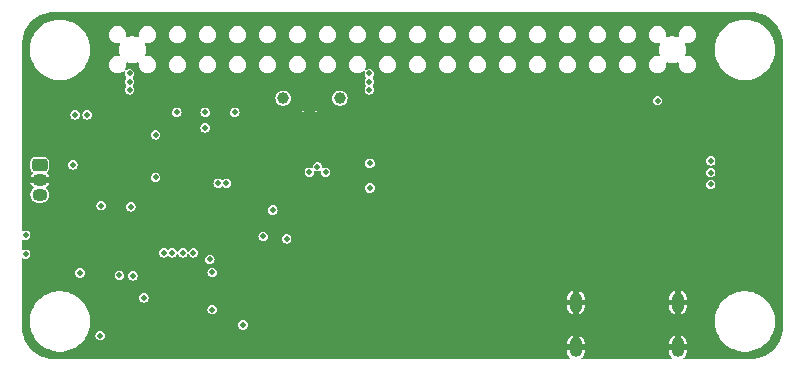
<source format=gbr>
%TF.GenerationSoftware,KiCad,Pcbnew,8.0.6*%
%TF.CreationDate,2025-01-23T17:56:29+01:00*%
%TF.ProjectId,soleil,736f6c65-696c-42e6-9b69-6361645f7063,rev?*%
%TF.SameCoordinates,Original*%
%TF.FileFunction,Copper,L2,Inr*%
%TF.FilePolarity,Positive*%
%FSLAX46Y46*%
G04 Gerber Fmt 4.6, Leading zero omitted, Abs format (unit mm)*
G04 Created by KiCad (PCBNEW 8.0.6) date 2025-01-23 17:56:29*
%MOMM*%
%LPD*%
G01*
G04 APERTURE LIST*
G04 Aperture macros list*
%AMRoundRect*
0 Rectangle with rounded corners*
0 $1 Rounding radius*
0 $2 $3 $4 $5 $6 $7 $8 $9 X,Y pos of 4 corners*
0 Add a 4 corners polygon primitive as box body*
4,1,4,$2,$3,$4,$5,$6,$7,$8,$9,$2,$3,0*
0 Add four circle primitives for the rounded corners*
1,1,$1+$1,$2,$3*
1,1,$1+$1,$4,$5*
1,1,$1+$1,$6,$7*
1,1,$1+$1,$8,$9*
0 Add four rect primitives between the rounded corners*
20,1,$1+$1,$2,$3,$4,$5,0*
20,1,$1+$1,$4,$5,$6,$7,0*
20,1,$1+$1,$6,$7,$8,$9,0*
20,1,$1+$1,$8,$9,$2,$3,0*%
G04 Aperture macros list end*
%TA.AperFunction,ComponentPad*%
%ADD10RoundRect,0.249900X-0.400100X0.275100X-0.400100X-0.275100X0.400100X-0.275100X0.400100X0.275100X0*%
%TD*%
%TA.AperFunction,ComponentPad*%
%ADD11O,1.300000X1.050000*%
%TD*%
%TA.AperFunction,HeatsinkPad*%
%ADD12C,0.500000*%
%TD*%
%TA.AperFunction,ComponentPad*%
%ADD13O,1.100000X1.700000*%
%TD*%
%TA.AperFunction,ViaPad*%
%ADD14C,0.500000*%
%TD*%
%TA.AperFunction,ViaPad*%
%ADD15C,0.700000*%
%TD*%
%TA.AperFunction,ViaPad*%
%ADD16C,1.000000*%
%TD*%
G04 APERTURE END LIST*
D10*
%TO.N,+4V*%
%TO.C,U5*%
X119300000Y-88230000D03*
D11*
%TO.N,GND*%
X119300000Y-89500000D03*
%TO.N,/Architecture/Load Switch/~{POWER_ON}*%
X119300000Y-90770000D03*
%TD*%
D12*
%TO.N,GND*%
%TO.C,U8*%
X141550000Y-84100000D03*
X142650000Y-84100000D03*
%TD*%
D13*
%TO.N,GND*%
%TO.C,J3*%
X164680000Y-99900000D03*
X164680000Y-103700000D03*
X173320000Y-99900000D03*
X173320000Y-103700000D03*
%TD*%
D14*
%TO.N,GND*%
X123700000Y-90900000D03*
D15*
X158900000Y-78500000D03*
X148700000Y-78500000D03*
X169000000Y-103700000D03*
X153800000Y-78500000D03*
X128600000Y-78500000D03*
D14*
X126650000Y-93000000D03*
X133200000Y-98800000D03*
D15*
X157000000Y-103700000D03*
X161400000Y-78500000D03*
X174400000Y-78500000D03*
D14*
X130900000Y-85100000D03*
D15*
X144500000Y-103700000D03*
X135900000Y-90200000D03*
X136100000Y-78500000D03*
D14*
X124400000Y-81900000D03*
D15*
X159300000Y-97500000D03*
D14*
X140600000Y-89407315D03*
X127600000Y-85400000D03*
D15*
X121100000Y-92400000D03*
X124400000Y-103700000D03*
X134400000Y-103700000D03*
D14*
X129100000Y-90300000D03*
D15*
X127900000Y-103700000D03*
X166500000Y-78500000D03*
D14*
X176100000Y-90900000D03*
X138200000Y-93400000D03*
X144688853Y-90360000D03*
D15*
X169000000Y-78500000D03*
X133500000Y-78500000D03*
X125600000Y-78500000D03*
X164000000Y-78500000D03*
X171300000Y-78500000D03*
D14*
X142080000Y-87200000D03*
D15*
X138600000Y-78500000D03*
D14*
X144200000Y-88000000D03*
D15*
X143700000Y-78500000D03*
D14*
X140700000Y-93100000D03*
X118100000Y-95000000D03*
X120348780Y-85283382D03*
X137600000Y-86800000D03*
D15*
X175500000Y-81200000D03*
D14*
X128392360Y-84323912D03*
D15*
X151300000Y-78500000D03*
D14*
X140700000Y-91900000D03*
D15*
X146200000Y-78500000D03*
D14*
X140636656Y-87385530D03*
D15*
X135900000Y-88200000D03*
X156400000Y-78500000D03*
X141100000Y-78500000D03*
X130900000Y-78500000D03*
X146800000Y-97500000D03*
D14*
%TO.N,+BATT*%
X133900000Y-100500000D03*
X140200000Y-94500000D03*
%TO.N,+4V*%
X122100000Y-88250000D03*
X127000000Y-91800000D03*
%TO.N,Net-(U2-VOUT)*%
X126029609Y-97599858D03*
X128100000Y-99500000D03*
D16*
%TO.N,VBUS*%
X139900000Y-82600000D03*
X144700000Y-82600000D03*
D14*
X122300000Y-84000000D03*
%TO.N,/Architecture/I2C_SDA*%
X142800000Y-88400000D03*
X134400000Y-89800000D03*
X133300000Y-85100000D03*
X132300000Y-95700000D03*
X176100000Y-88900000D03*
%TO.N,/Architecture/Load Switch/POWER_OFF*%
X124400000Y-102700000D03*
X171600000Y-82800000D03*
%TO.N,/Architecture/I2C_SCL*%
X135100000Y-89800000D03*
X133300000Y-83800000D03*
X131400000Y-95700000D03*
X143490001Y-88857315D03*
X133700000Y-96250000D03*
X176100000Y-87900000D03*
%TO.N,/Architecture/Load Switch/~{POWER_ON}*%
X122700000Y-97400000D03*
X130500000Y-95700000D03*
X127181000Y-97639999D03*
%TO.N,/Architecture/Battery Input/~{BATT_LOW}*%
X124500000Y-91700000D03*
X118100000Y-94200000D03*
%TO.N,Net-(U6-FB)*%
X129100000Y-89300000D03*
X129100000Y-85700000D03*
%TO.N,Net-(JP1-A)*%
X138200000Y-94300000D03*
X136500000Y-101800000D03*
X142120000Y-88857315D03*
X118100000Y-95800000D03*
%TO.N,Net-(U7-STAT2)*%
X139023583Y-92070521D03*
X123300000Y-84000000D03*
%TO.N,+3V3*%
X126900000Y-81900000D03*
X147200000Y-80500000D03*
X147250000Y-88100000D03*
X130900000Y-83800000D03*
X176100000Y-89900000D03*
X147200000Y-81900000D03*
X147250000Y-90200000D03*
X135800000Y-83800000D03*
X133900000Y-97350000D03*
X126900000Y-81200000D03*
X129800000Y-95700000D03*
X147200000Y-81200000D03*
X126900000Y-80500000D03*
%TD*%
%TA.AperFunction,Conductor*%
%TO.N,GND*%
G36*
X179502065Y-75300615D02*
G01*
X179798112Y-75317241D01*
X179806346Y-75318170D01*
X180096603Y-75367486D01*
X180104671Y-75369327D01*
X180387605Y-75450839D01*
X180395418Y-75453573D01*
X180667428Y-75566244D01*
X180674904Y-75569844D01*
X180932594Y-75712263D01*
X180939608Y-75716671D01*
X181179716Y-75887037D01*
X181186203Y-75892209D01*
X181405741Y-76088400D01*
X181411604Y-76094263D01*
X181607789Y-76313795D01*
X181612962Y-76320283D01*
X181783324Y-76560385D01*
X181787738Y-76567410D01*
X181817499Y-76621258D01*
X181930155Y-76825095D01*
X181933755Y-76832571D01*
X182046422Y-77104571D01*
X182049163Y-77112404D01*
X182130669Y-77395317D01*
X182132515Y-77403408D01*
X182181828Y-77693647D01*
X182182758Y-77701893D01*
X182199384Y-77997934D01*
X182199500Y-78002083D01*
X182199500Y-101997916D01*
X182199384Y-102002065D01*
X182182758Y-102298106D01*
X182181828Y-102306352D01*
X182132515Y-102596591D01*
X182130669Y-102604682D01*
X182049163Y-102887595D01*
X182046422Y-102895428D01*
X181933755Y-103167428D01*
X181930155Y-103174904D01*
X181787740Y-103432587D01*
X181783324Y-103439614D01*
X181612962Y-103679716D01*
X181607789Y-103686204D01*
X181411604Y-103905736D01*
X181405736Y-103911604D01*
X181186204Y-104107789D01*
X181179716Y-104112962D01*
X180939614Y-104283324D01*
X180932587Y-104287740D01*
X180674904Y-104430155D01*
X180667428Y-104433755D01*
X180395428Y-104546422D01*
X180387595Y-104549163D01*
X180104682Y-104630669D01*
X180096591Y-104632515D01*
X179806352Y-104681828D01*
X179798106Y-104682758D01*
X179502066Y-104699384D01*
X179497917Y-104699500D01*
X173859812Y-104699500D01*
X173807486Y-104677826D01*
X173785812Y-104625500D01*
X173807486Y-104573174D01*
X173902562Y-104478098D01*
X173902563Y-104478096D01*
X173984642Y-104355254D01*
X174041177Y-104218767D01*
X174041179Y-104218760D01*
X174070000Y-104073868D01*
X174070000Y-103950000D01*
X173620000Y-103950000D01*
X173620000Y-103450000D01*
X174070000Y-103450000D01*
X174070000Y-103326131D01*
X174041179Y-103181239D01*
X174041177Y-103181232D01*
X173984642Y-103044745D01*
X173902563Y-102921903D01*
X173798096Y-102817436D01*
X173675254Y-102735357D01*
X173570000Y-102691758D01*
X173570000Y-103233011D01*
X173560060Y-103215795D01*
X173504205Y-103159940D01*
X173435796Y-103120444D01*
X173359496Y-103100000D01*
X173280504Y-103100000D01*
X173204204Y-103120444D01*
X173135795Y-103159940D01*
X173079940Y-103215795D01*
X173070000Y-103233011D01*
X173070000Y-102691759D01*
X173069999Y-102691758D01*
X172964745Y-102735357D01*
X172841903Y-102817436D01*
X172841902Y-102817438D01*
X172737438Y-102921902D01*
X172737436Y-102921903D01*
X172655357Y-103044745D01*
X172598822Y-103181232D01*
X172598820Y-103181239D01*
X172570000Y-103326131D01*
X172570000Y-103450000D01*
X173020000Y-103450000D01*
X173020000Y-103950000D01*
X172570000Y-103950000D01*
X172570000Y-104073868D01*
X172598820Y-104218760D01*
X172598822Y-104218767D01*
X172655357Y-104355254D01*
X172737436Y-104478096D01*
X172832514Y-104573174D01*
X172854188Y-104625500D01*
X172832514Y-104677826D01*
X172780188Y-104699500D01*
X165219812Y-104699500D01*
X165167486Y-104677826D01*
X165145812Y-104625500D01*
X165167486Y-104573174D01*
X165262562Y-104478098D01*
X165262563Y-104478096D01*
X165344642Y-104355254D01*
X165401177Y-104218767D01*
X165401179Y-104218760D01*
X165430000Y-104073868D01*
X165430000Y-103950000D01*
X164980000Y-103950000D01*
X164980000Y-103450000D01*
X165430000Y-103450000D01*
X165430000Y-103326131D01*
X165401179Y-103181239D01*
X165401177Y-103181232D01*
X165344642Y-103044745D01*
X165262563Y-102921903D01*
X165158096Y-102817436D01*
X165035254Y-102735357D01*
X164930000Y-102691758D01*
X164930000Y-103233011D01*
X164920060Y-103215795D01*
X164864205Y-103159940D01*
X164795796Y-103120444D01*
X164719496Y-103100000D01*
X164640504Y-103100000D01*
X164564204Y-103120444D01*
X164495795Y-103159940D01*
X164439940Y-103215795D01*
X164430000Y-103233011D01*
X164430000Y-102691759D01*
X164429999Y-102691758D01*
X164324745Y-102735357D01*
X164201903Y-102817436D01*
X164201902Y-102817438D01*
X164097438Y-102921902D01*
X164097436Y-102921903D01*
X164015357Y-103044745D01*
X163958822Y-103181232D01*
X163958820Y-103181239D01*
X163930000Y-103326131D01*
X163930000Y-103450000D01*
X164380000Y-103450000D01*
X164380000Y-103950000D01*
X163930000Y-103950000D01*
X163930000Y-104073868D01*
X163958820Y-104218760D01*
X163958822Y-104218767D01*
X164015357Y-104355254D01*
X164097436Y-104478096D01*
X164192514Y-104573174D01*
X164214188Y-104625500D01*
X164192514Y-104677826D01*
X164140188Y-104699500D01*
X120502083Y-104699500D01*
X120497934Y-104699384D01*
X120201893Y-104682758D01*
X120193647Y-104681828D01*
X119903408Y-104632515D01*
X119895317Y-104630669D01*
X119612404Y-104549163D01*
X119604571Y-104546422D01*
X119332571Y-104433755D01*
X119325095Y-104430155D01*
X119067412Y-104287740D01*
X119060385Y-104283324D01*
X118820283Y-104112962D01*
X118813795Y-104107789D01*
X118737375Y-104039496D01*
X118594258Y-103911599D01*
X118588400Y-103905741D01*
X118392209Y-103686203D01*
X118387037Y-103679716D01*
X118259842Y-103500452D01*
X118216671Y-103439608D01*
X118212263Y-103432594D01*
X118069844Y-103174904D01*
X118066244Y-103167428D01*
X118063142Y-103159940D01*
X117953573Y-102895418D01*
X117950839Y-102887605D01*
X117869327Y-102604671D01*
X117867486Y-102596603D01*
X117818170Y-102306346D01*
X117817241Y-102298106D01*
X117812135Y-102207189D01*
X117800616Y-102002065D01*
X117800500Y-101997916D01*
X117800500Y-101356767D01*
X118449500Y-101356767D01*
X118449500Y-101643233D01*
X118467163Y-101800000D01*
X118481574Y-101927901D01*
X118481575Y-101927902D01*
X118545315Y-102207173D01*
X118545320Y-102207189D01*
X118639931Y-102477571D01*
X118764222Y-102735664D01*
X118916634Y-102978227D01*
X119081064Y-103184416D01*
X119095243Y-103202195D01*
X119297805Y-103404757D01*
X119521773Y-103583366D01*
X119764331Y-103735775D01*
X120022428Y-103860068D01*
X120292818Y-103954682D01*
X120292823Y-103954683D01*
X120292826Y-103954684D01*
X120339892Y-103965426D01*
X120572102Y-104018426D01*
X120856767Y-104050500D01*
X120856771Y-104050500D01*
X121143229Y-104050500D01*
X121143233Y-104050500D01*
X121427898Y-104018426D01*
X121707182Y-103954682D01*
X121977572Y-103860068D01*
X122235669Y-103735775D01*
X122478227Y-103583366D01*
X122702195Y-103404757D01*
X122904757Y-103202195D01*
X123083366Y-102978227D01*
X123235775Y-102735669D01*
X123252952Y-102700000D01*
X123994508Y-102700000D01*
X124014353Y-102825301D01*
X124014353Y-102825302D01*
X124014354Y-102825304D01*
X124071950Y-102938342D01*
X124161658Y-103028050D01*
X124274696Y-103085646D01*
X124400000Y-103105492D01*
X124525304Y-103085646D01*
X124638342Y-103028050D01*
X124728050Y-102938342D01*
X124785646Y-102825304D01*
X124805492Y-102700000D01*
X124785646Y-102574696D01*
X124728050Y-102461658D01*
X124638342Y-102371950D01*
X124525304Y-102314354D01*
X124525302Y-102314353D01*
X124525301Y-102314353D01*
X124400000Y-102294508D01*
X124274698Y-102314353D01*
X124161656Y-102371951D01*
X124071951Y-102461656D01*
X124014353Y-102574698D01*
X123994508Y-102700000D01*
X123252952Y-102700000D01*
X123360068Y-102477572D01*
X123454682Y-102207182D01*
X123518426Y-101927898D01*
X123532837Y-101800000D01*
X136094508Y-101800000D01*
X136114353Y-101925301D01*
X136114353Y-101925302D01*
X136114354Y-101925304D01*
X136171950Y-102038342D01*
X136261658Y-102128050D01*
X136374696Y-102185646D01*
X136500000Y-102205492D01*
X136625304Y-102185646D01*
X136738342Y-102128050D01*
X136828050Y-102038342D01*
X136885646Y-101925304D01*
X136905492Y-101800000D01*
X136885646Y-101674696D01*
X136828050Y-101561658D01*
X136738342Y-101471950D01*
X136625304Y-101414354D01*
X136625302Y-101414353D01*
X136625301Y-101414353D01*
X136500000Y-101394508D01*
X136374698Y-101414353D01*
X136261656Y-101471951D01*
X136171951Y-101561656D01*
X136114353Y-101674698D01*
X136094508Y-101800000D01*
X123532837Y-101800000D01*
X123550500Y-101643233D01*
X123550500Y-101356767D01*
X176449500Y-101356767D01*
X176449500Y-101643233D01*
X176467163Y-101800000D01*
X176481574Y-101927901D01*
X176481575Y-101927902D01*
X176545315Y-102207173D01*
X176545320Y-102207189D01*
X176639931Y-102477571D01*
X176764222Y-102735664D01*
X176916634Y-102978227D01*
X177081064Y-103184416D01*
X177095243Y-103202195D01*
X177297805Y-103404757D01*
X177521773Y-103583366D01*
X177764331Y-103735775D01*
X178022428Y-103860068D01*
X178292818Y-103954682D01*
X178292823Y-103954683D01*
X178292826Y-103954684D01*
X178339892Y-103965426D01*
X178572102Y-104018426D01*
X178856767Y-104050500D01*
X178856771Y-104050500D01*
X179143229Y-104050500D01*
X179143233Y-104050500D01*
X179427898Y-104018426D01*
X179707182Y-103954682D01*
X179977572Y-103860068D01*
X180235669Y-103735775D01*
X180478227Y-103583366D01*
X180702195Y-103404757D01*
X180904757Y-103202195D01*
X181083366Y-102978227D01*
X181235775Y-102735669D01*
X181360068Y-102477572D01*
X181454682Y-102207182D01*
X181518426Y-101927898D01*
X181550500Y-101643233D01*
X181550500Y-101356767D01*
X181518426Y-101072102D01*
X181454682Y-100792818D01*
X181360068Y-100522428D01*
X181320402Y-100440060D01*
X181235777Y-100264335D01*
X181235776Y-100264334D01*
X181235775Y-100264331D01*
X181083366Y-100021773D01*
X180904757Y-99797805D01*
X180702195Y-99595243D01*
X180478227Y-99416634D01*
X180235669Y-99264225D01*
X180235668Y-99264224D01*
X180235664Y-99264222D01*
X179977571Y-99139931D01*
X179707189Y-99045320D01*
X179707173Y-99045315D01*
X179427902Y-98981575D01*
X179427901Y-98981574D01*
X179305898Y-98967828D01*
X179143233Y-98949500D01*
X178856767Y-98949500D01*
X178714434Y-98965537D01*
X178572098Y-98981574D01*
X178572097Y-98981575D01*
X178292826Y-99045315D01*
X178292810Y-99045320D01*
X178022428Y-99139931D01*
X177764335Y-99264222D01*
X177521772Y-99416634D01*
X177297805Y-99595242D01*
X177095242Y-99797805D01*
X176916634Y-100021772D01*
X176764222Y-100264335D01*
X176639931Y-100522428D01*
X176545320Y-100792810D01*
X176545315Y-100792826D01*
X176481575Y-101072097D01*
X176481574Y-101072098D01*
X176481574Y-101072102D01*
X176449500Y-101356767D01*
X123550500Y-101356767D01*
X123518426Y-101072102D01*
X123454682Y-100792818D01*
X123360068Y-100522428D01*
X123349267Y-100500000D01*
X133494508Y-100500000D01*
X133514353Y-100625301D01*
X133514353Y-100625302D01*
X133514354Y-100625304D01*
X133571950Y-100738342D01*
X133661658Y-100828050D01*
X133774696Y-100885646D01*
X133900000Y-100905492D01*
X134025304Y-100885646D01*
X134138342Y-100828050D01*
X134228050Y-100738342D01*
X134285646Y-100625304D01*
X134305492Y-100500000D01*
X134285646Y-100374696D01*
X134228050Y-100261658D01*
X134138342Y-100171950D01*
X134025304Y-100114354D01*
X134025302Y-100114353D01*
X134025301Y-100114353D01*
X133900000Y-100094508D01*
X133774698Y-100114353D01*
X133661656Y-100171951D01*
X133571951Y-100261656D01*
X133514353Y-100374698D01*
X133494508Y-100500000D01*
X123349267Y-100500000D01*
X123320402Y-100440060D01*
X123235777Y-100264335D01*
X123235776Y-100264334D01*
X123235775Y-100264331D01*
X123083366Y-100021773D01*
X122904757Y-99797805D01*
X122702195Y-99595243D01*
X122582764Y-99500000D01*
X127694508Y-99500000D01*
X127714353Y-99625301D01*
X127714353Y-99625302D01*
X127714354Y-99625304D01*
X127771950Y-99738342D01*
X127861658Y-99828050D01*
X127974696Y-99885646D01*
X128100000Y-99905492D01*
X128225304Y-99885646D01*
X128338342Y-99828050D01*
X128428050Y-99738342D01*
X128485646Y-99625304D01*
X128501353Y-99526131D01*
X163930000Y-99526131D01*
X163930000Y-99650000D01*
X164380000Y-99650000D01*
X164380000Y-100150000D01*
X163930000Y-100150000D01*
X163930000Y-100273868D01*
X163958820Y-100418760D01*
X163958822Y-100418767D01*
X164015357Y-100555254D01*
X164097436Y-100678096D01*
X164201903Y-100782563D01*
X164324742Y-100864641D01*
X164429999Y-100908240D01*
X164430000Y-100908239D01*
X164430000Y-100366988D01*
X164439940Y-100384205D01*
X164495795Y-100440060D01*
X164564204Y-100479556D01*
X164640504Y-100500000D01*
X164719496Y-100500000D01*
X164795796Y-100479556D01*
X164864205Y-100440060D01*
X164920060Y-100384205D01*
X164930000Y-100366988D01*
X164930000Y-100908240D01*
X165035257Y-100864641D01*
X165158096Y-100782563D01*
X165158098Y-100782562D01*
X165262562Y-100678098D01*
X165262563Y-100678096D01*
X165344642Y-100555254D01*
X165401177Y-100418767D01*
X165401179Y-100418760D01*
X165430000Y-100273868D01*
X165430000Y-100150000D01*
X164980000Y-100150000D01*
X164980000Y-99650000D01*
X165430000Y-99650000D01*
X165430000Y-99526131D01*
X172570000Y-99526131D01*
X172570000Y-99650000D01*
X173020000Y-99650000D01*
X173020000Y-100150000D01*
X172570000Y-100150000D01*
X172570000Y-100273868D01*
X172598820Y-100418760D01*
X172598822Y-100418767D01*
X172655357Y-100555254D01*
X172737436Y-100678096D01*
X172841903Y-100782563D01*
X172964742Y-100864641D01*
X173069999Y-100908240D01*
X173070000Y-100908239D01*
X173070000Y-100366988D01*
X173079940Y-100384205D01*
X173135795Y-100440060D01*
X173204204Y-100479556D01*
X173280504Y-100500000D01*
X173359496Y-100500000D01*
X173435796Y-100479556D01*
X173504205Y-100440060D01*
X173560060Y-100384205D01*
X173570000Y-100366988D01*
X173570000Y-100908240D01*
X173675257Y-100864641D01*
X173798096Y-100782563D01*
X173798098Y-100782562D01*
X173902562Y-100678098D01*
X173902563Y-100678096D01*
X173984642Y-100555254D01*
X174041177Y-100418767D01*
X174041179Y-100418760D01*
X174070000Y-100273868D01*
X174070000Y-100150000D01*
X173620000Y-100150000D01*
X173620000Y-99650000D01*
X174070000Y-99650000D01*
X174070000Y-99526131D01*
X174041179Y-99381239D01*
X174041177Y-99381232D01*
X173984642Y-99244745D01*
X173902563Y-99121903D01*
X173798096Y-99017436D01*
X173675254Y-98935357D01*
X173570000Y-98891758D01*
X173570000Y-99433011D01*
X173560060Y-99415795D01*
X173504205Y-99359940D01*
X173435796Y-99320444D01*
X173359496Y-99300000D01*
X173280504Y-99300000D01*
X173204204Y-99320444D01*
X173135795Y-99359940D01*
X173079940Y-99415795D01*
X173070000Y-99433011D01*
X173070000Y-98891759D01*
X173069999Y-98891758D01*
X172964745Y-98935357D01*
X172841903Y-99017436D01*
X172841902Y-99017438D01*
X172737438Y-99121902D01*
X172737436Y-99121903D01*
X172655357Y-99244745D01*
X172598822Y-99381232D01*
X172598820Y-99381239D01*
X172570000Y-99526131D01*
X165430000Y-99526131D01*
X165401179Y-99381239D01*
X165401177Y-99381232D01*
X165344642Y-99244745D01*
X165262563Y-99121903D01*
X165158096Y-99017436D01*
X165035254Y-98935357D01*
X164930000Y-98891758D01*
X164930000Y-99433011D01*
X164920060Y-99415795D01*
X164864205Y-99359940D01*
X164795796Y-99320444D01*
X164719496Y-99300000D01*
X164640504Y-99300000D01*
X164564204Y-99320444D01*
X164495795Y-99359940D01*
X164439940Y-99415795D01*
X164430000Y-99433011D01*
X164430000Y-98891759D01*
X164429999Y-98891758D01*
X164324745Y-98935357D01*
X164201903Y-99017436D01*
X164201902Y-99017438D01*
X164097438Y-99121902D01*
X164097436Y-99121903D01*
X164015357Y-99244745D01*
X163958822Y-99381232D01*
X163958820Y-99381239D01*
X163930000Y-99526131D01*
X128501353Y-99526131D01*
X128505492Y-99500000D01*
X128485646Y-99374696D01*
X128428050Y-99261658D01*
X128338342Y-99171950D01*
X128225304Y-99114354D01*
X128225302Y-99114353D01*
X128225301Y-99114353D01*
X128100000Y-99094508D01*
X127974698Y-99114353D01*
X127861656Y-99171951D01*
X127771951Y-99261656D01*
X127714353Y-99374698D01*
X127694508Y-99500000D01*
X122582764Y-99500000D01*
X122478227Y-99416634D01*
X122235669Y-99264225D01*
X122235668Y-99264224D01*
X122235664Y-99264222D01*
X121977571Y-99139931D01*
X121707189Y-99045320D01*
X121707173Y-99045315D01*
X121427902Y-98981575D01*
X121427901Y-98981574D01*
X121305898Y-98967828D01*
X121143233Y-98949500D01*
X120856767Y-98949500D01*
X120714434Y-98965537D01*
X120572098Y-98981574D01*
X120572097Y-98981575D01*
X120292826Y-99045315D01*
X120292810Y-99045320D01*
X120022428Y-99139931D01*
X119764335Y-99264222D01*
X119521772Y-99416634D01*
X119297805Y-99595242D01*
X119095242Y-99797805D01*
X118916634Y-100021772D01*
X118764222Y-100264335D01*
X118639931Y-100522428D01*
X118545320Y-100792810D01*
X118545315Y-100792826D01*
X118481575Y-101072097D01*
X118481574Y-101072098D01*
X118481574Y-101072102D01*
X118449500Y-101356767D01*
X117800500Y-101356767D01*
X117800500Y-97400000D01*
X122294508Y-97400000D01*
X122314353Y-97525301D01*
X122314353Y-97525302D01*
X122314354Y-97525304D01*
X122371950Y-97638342D01*
X122461658Y-97728050D01*
X122574696Y-97785646D01*
X122700000Y-97805492D01*
X122825304Y-97785646D01*
X122938342Y-97728050D01*
X123028050Y-97638342D01*
X123047659Y-97599858D01*
X125624117Y-97599858D01*
X125643962Y-97725159D01*
X125643962Y-97725160D01*
X125643963Y-97725162D01*
X125701559Y-97838200D01*
X125791267Y-97927908D01*
X125904305Y-97985504D01*
X126029609Y-98005350D01*
X126154913Y-97985504D01*
X126267951Y-97927908D01*
X126357659Y-97838200D01*
X126415255Y-97725162D01*
X126428743Y-97639999D01*
X126775508Y-97639999D01*
X126795353Y-97765300D01*
X126795353Y-97765301D01*
X126795354Y-97765303D01*
X126852950Y-97878341D01*
X126942658Y-97968049D01*
X127055696Y-98025645D01*
X127181000Y-98045491D01*
X127306304Y-98025645D01*
X127419342Y-97968049D01*
X127509050Y-97878341D01*
X127566646Y-97765303D01*
X127586492Y-97639999D01*
X127566646Y-97514695D01*
X127509050Y-97401657D01*
X127457393Y-97350000D01*
X133494508Y-97350000D01*
X133514353Y-97475301D01*
X133514353Y-97475302D01*
X133514354Y-97475304D01*
X133571950Y-97588342D01*
X133661658Y-97678050D01*
X133774696Y-97735646D01*
X133900000Y-97755492D01*
X134025304Y-97735646D01*
X134138342Y-97678050D01*
X134228050Y-97588342D01*
X134285646Y-97475304D01*
X134305492Y-97350000D01*
X134285646Y-97224696D01*
X134228050Y-97111658D01*
X134138342Y-97021950D01*
X134025304Y-96964354D01*
X134025302Y-96964353D01*
X134025301Y-96964353D01*
X133900000Y-96944508D01*
X133774698Y-96964353D01*
X133661656Y-97021951D01*
X133571951Y-97111656D01*
X133514353Y-97224698D01*
X133494508Y-97350000D01*
X127457393Y-97350000D01*
X127419342Y-97311949D01*
X127306304Y-97254353D01*
X127306302Y-97254352D01*
X127306301Y-97254352D01*
X127181000Y-97234507D01*
X127055698Y-97254352D01*
X126942656Y-97311950D01*
X126852951Y-97401655D01*
X126795353Y-97514697D01*
X126775508Y-97639999D01*
X126428743Y-97639999D01*
X126435101Y-97599858D01*
X126415255Y-97474554D01*
X126357659Y-97361516D01*
X126267951Y-97271808D01*
X126154913Y-97214212D01*
X126154911Y-97214211D01*
X126154910Y-97214211D01*
X126029609Y-97194366D01*
X125904307Y-97214211D01*
X125791265Y-97271809D01*
X125701560Y-97361514D01*
X125643962Y-97474556D01*
X125624117Y-97599858D01*
X123047659Y-97599858D01*
X123085646Y-97525304D01*
X123105492Y-97400000D01*
X123085646Y-97274696D01*
X123028050Y-97161658D01*
X122938342Y-97071950D01*
X122825304Y-97014354D01*
X122825302Y-97014353D01*
X122825301Y-97014353D01*
X122700000Y-96994508D01*
X122574698Y-97014353D01*
X122461656Y-97071951D01*
X122371951Y-97161656D01*
X122314353Y-97274698D01*
X122294508Y-97400000D01*
X117800500Y-97400000D01*
X117800500Y-96250000D01*
X133294508Y-96250000D01*
X133314353Y-96375301D01*
X133314353Y-96375302D01*
X133314354Y-96375304D01*
X133371950Y-96488342D01*
X133461658Y-96578050D01*
X133574696Y-96635646D01*
X133700000Y-96655492D01*
X133825304Y-96635646D01*
X133938342Y-96578050D01*
X134028050Y-96488342D01*
X134085646Y-96375304D01*
X134105492Y-96250000D01*
X134085646Y-96124696D01*
X134028050Y-96011658D01*
X133938342Y-95921950D01*
X133825304Y-95864354D01*
X133825302Y-95864353D01*
X133825301Y-95864353D01*
X133700000Y-95844508D01*
X133574698Y-95864353D01*
X133461656Y-95921951D01*
X133371951Y-96011656D01*
X133314353Y-96124698D01*
X133294508Y-96250000D01*
X117800500Y-96250000D01*
X117800500Y-96217645D01*
X117822174Y-96165319D01*
X117874500Y-96143645D01*
X117908095Y-96151711D01*
X117974695Y-96185645D01*
X117974695Y-96185646D01*
X117991827Y-96188359D01*
X118100000Y-96205492D01*
X118225304Y-96185646D01*
X118338342Y-96128050D01*
X118428050Y-96038342D01*
X118485646Y-95925304D01*
X118505492Y-95800000D01*
X118489654Y-95700000D01*
X129394508Y-95700000D01*
X129414353Y-95825301D01*
X129414353Y-95825302D01*
X129414354Y-95825304D01*
X129471950Y-95938342D01*
X129561658Y-96028050D01*
X129674696Y-96085646D01*
X129800000Y-96105492D01*
X129925304Y-96085646D01*
X130038342Y-96028050D01*
X130097674Y-95968718D01*
X130150000Y-95947044D01*
X130202326Y-95968718D01*
X130261658Y-96028050D01*
X130374696Y-96085646D01*
X130500000Y-96105492D01*
X130625304Y-96085646D01*
X130738342Y-96028050D01*
X130828050Y-95938342D01*
X130884066Y-95828403D01*
X130927133Y-95791622D01*
X130983595Y-95796065D01*
X131015933Y-95828403D01*
X131071950Y-95938342D01*
X131161658Y-96028050D01*
X131274696Y-96085646D01*
X131400000Y-96105492D01*
X131525304Y-96085646D01*
X131638342Y-96028050D01*
X131728050Y-95938342D01*
X131784066Y-95828403D01*
X131827133Y-95791622D01*
X131883595Y-95796065D01*
X131915933Y-95828403D01*
X131971950Y-95938342D01*
X132061658Y-96028050D01*
X132174696Y-96085646D01*
X132300000Y-96105492D01*
X132425304Y-96085646D01*
X132538342Y-96028050D01*
X132628050Y-95938342D01*
X132685646Y-95825304D01*
X132705492Y-95700000D01*
X132685646Y-95574696D01*
X132628050Y-95461658D01*
X132538342Y-95371950D01*
X132425304Y-95314354D01*
X132425302Y-95314353D01*
X132425301Y-95314353D01*
X132300000Y-95294508D01*
X132174698Y-95314353D01*
X132061656Y-95371951D01*
X131971948Y-95461659D01*
X131915934Y-95571594D01*
X131872867Y-95608377D01*
X131816405Y-95603933D01*
X131784066Y-95571594D01*
X131728051Y-95461659D01*
X131638343Y-95371951D01*
X131638342Y-95371950D01*
X131525304Y-95314354D01*
X131525302Y-95314353D01*
X131525301Y-95314353D01*
X131400000Y-95294508D01*
X131274698Y-95314353D01*
X131161656Y-95371951D01*
X131071948Y-95461659D01*
X131015934Y-95571594D01*
X130972867Y-95608377D01*
X130916405Y-95603933D01*
X130884066Y-95571594D01*
X130828051Y-95461659D01*
X130738343Y-95371951D01*
X130738342Y-95371950D01*
X130625304Y-95314354D01*
X130625302Y-95314353D01*
X130625301Y-95314353D01*
X130500000Y-95294508D01*
X130374698Y-95314353D01*
X130261656Y-95371951D01*
X130202326Y-95431282D01*
X130150000Y-95452956D01*
X130097674Y-95431282D01*
X130038343Y-95371951D01*
X130038342Y-95371950D01*
X129925304Y-95314354D01*
X129925302Y-95314353D01*
X129925301Y-95314353D01*
X129800000Y-95294508D01*
X129674698Y-95314353D01*
X129561656Y-95371951D01*
X129471951Y-95461656D01*
X129414353Y-95574698D01*
X129394508Y-95700000D01*
X118489654Y-95700000D01*
X118485646Y-95674696D01*
X118428050Y-95561658D01*
X118338342Y-95471950D01*
X118225304Y-95414354D01*
X118225302Y-95414353D01*
X118225301Y-95414353D01*
X118100000Y-95394508D01*
X117974698Y-95414353D01*
X117908095Y-95448289D01*
X117851632Y-95452732D01*
X117808565Y-95415949D01*
X117800500Y-95382354D01*
X117800500Y-94617645D01*
X117822174Y-94565319D01*
X117874500Y-94543645D01*
X117908095Y-94551711D01*
X117974695Y-94585645D01*
X117974695Y-94585646D01*
X117991827Y-94588359D01*
X118100000Y-94605492D01*
X118225304Y-94585646D01*
X118338342Y-94528050D01*
X118428050Y-94438342D01*
X118485646Y-94325304D01*
X118489654Y-94300000D01*
X137794508Y-94300000D01*
X137814353Y-94425301D01*
X137814353Y-94425302D01*
X137814354Y-94425304D01*
X137871950Y-94538342D01*
X137961658Y-94628050D01*
X138074696Y-94685646D01*
X138200000Y-94705492D01*
X138325304Y-94685646D01*
X138438342Y-94628050D01*
X138528050Y-94538342D01*
X138547586Y-94500000D01*
X139794508Y-94500000D01*
X139814353Y-94625301D01*
X139814353Y-94625302D01*
X139814354Y-94625304D01*
X139871950Y-94738342D01*
X139961658Y-94828050D01*
X140074696Y-94885646D01*
X140200000Y-94905492D01*
X140325304Y-94885646D01*
X140438342Y-94828050D01*
X140528050Y-94738342D01*
X140585646Y-94625304D01*
X140605492Y-94500000D01*
X140585646Y-94374696D01*
X140528050Y-94261658D01*
X140438342Y-94171950D01*
X140325304Y-94114354D01*
X140325302Y-94114353D01*
X140325301Y-94114353D01*
X140200000Y-94094508D01*
X140074698Y-94114353D01*
X139961656Y-94171951D01*
X139871951Y-94261656D01*
X139814353Y-94374698D01*
X139794508Y-94500000D01*
X138547586Y-94500000D01*
X138585646Y-94425304D01*
X138605492Y-94300000D01*
X138585646Y-94174696D01*
X138528050Y-94061658D01*
X138438342Y-93971950D01*
X138325304Y-93914354D01*
X138325302Y-93914353D01*
X138325301Y-93914353D01*
X138200000Y-93894508D01*
X138074698Y-93914353D01*
X137961656Y-93971951D01*
X137871951Y-94061656D01*
X137814353Y-94174698D01*
X137794508Y-94300000D01*
X118489654Y-94300000D01*
X118505492Y-94200000D01*
X118485646Y-94074696D01*
X118428050Y-93961658D01*
X118338342Y-93871950D01*
X118225304Y-93814354D01*
X118225302Y-93814353D01*
X118225301Y-93814353D01*
X118100000Y-93794508D01*
X117974698Y-93814353D01*
X117908095Y-93848289D01*
X117851632Y-93852732D01*
X117808565Y-93815949D01*
X117800500Y-93782354D01*
X117800500Y-91700000D01*
X124094508Y-91700000D01*
X124114353Y-91825301D01*
X124114353Y-91825302D01*
X124114354Y-91825304D01*
X124171950Y-91938342D01*
X124261658Y-92028050D01*
X124374696Y-92085646D01*
X124500000Y-92105492D01*
X124625304Y-92085646D01*
X124738342Y-92028050D01*
X124828050Y-91938342D01*
X124885646Y-91825304D01*
X124889654Y-91800000D01*
X126594508Y-91800000D01*
X126614353Y-91925301D01*
X126614353Y-91925302D01*
X126614354Y-91925304D01*
X126671950Y-92038342D01*
X126761658Y-92128050D01*
X126874696Y-92185646D01*
X127000000Y-92205492D01*
X127125304Y-92185646D01*
X127238342Y-92128050D01*
X127295871Y-92070521D01*
X138618091Y-92070521D01*
X138637936Y-92195822D01*
X138637936Y-92195823D01*
X138637937Y-92195825D01*
X138695533Y-92308863D01*
X138785241Y-92398571D01*
X138898279Y-92456167D01*
X139023583Y-92476013D01*
X139148887Y-92456167D01*
X139261925Y-92398571D01*
X139351633Y-92308863D01*
X139409229Y-92195825D01*
X139429075Y-92070521D01*
X139409229Y-91945217D01*
X139351633Y-91832179D01*
X139261925Y-91742471D01*
X139148887Y-91684875D01*
X139148885Y-91684874D01*
X139148884Y-91684874D01*
X139023583Y-91665029D01*
X138898281Y-91684874D01*
X138785239Y-91742472D01*
X138695534Y-91832177D01*
X138695533Y-91832179D01*
X138641440Y-91938343D01*
X138637936Y-91945219D01*
X138618091Y-92070521D01*
X127295871Y-92070521D01*
X127328050Y-92038342D01*
X127385646Y-91925304D01*
X127405492Y-91800000D01*
X127385646Y-91674696D01*
X127328050Y-91561658D01*
X127238342Y-91471950D01*
X127125304Y-91414354D01*
X127125302Y-91414353D01*
X127125301Y-91414353D01*
X127000000Y-91394508D01*
X126874698Y-91414353D01*
X126761656Y-91471951D01*
X126671951Y-91561656D01*
X126614353Y-91674698D01*
X126594508Y-91800000D01*
X124889654Y-91800000D01*
X124905492Y-91700000D01*
X124885646Y-91574696D01*
X124828050Y-91461658D01*
X124738342Y-91371950D01*
X124625304Y-91314354D01*
X124625302Y-91314353D01*
X124625301Y-91314353D01*
X124500000Y-91294508D01*
X124374698Y-91314353D01*
X124261656Y-91371951D01*
X124171951Y-91461656D01*
X124114353Y-91574698D01*
X124094508Y-91700000D01*
X117800500Y-91700000D01*
X117800500Y-89249999D01*
X118493818Y-89249999D01*
X118493819Y-89250000D01*
X119019670Y-89250000D01*
X118999925Y-89269745D01*
X118950556Y-89355255D01*
X118925000Y-89450630D01*
X118925000Y-89549370D01*
X118950556Y-89644745D01*
X118999925Y-89730255D01*
X119019670Y-89750000D01*
X118493819Y-89750000D01*
X118532511Y-89843412D01*
X118611853Y-89962157D01*
X118712842Y-90063146D01*
X118772843Y-90103237D01*
X118804309Y-90150329D01*
X118793260Y-90205878D01*
X118772845Y-90226294D01*
X118744393Y-90245305D01*
X118744393Y-90245306D01*
X118650306Y-90339393D01*
X118650304Y-90339394D01*
X118576379Y-90450031D01*
X118525460Y-90572961D01*
X118525458Y-90572968D01*
X118499500Y-90703469D01*
X118499500Y-90836530D01*
X118525458Y-90967031D01*
X118525460Y-90967038D01*
X118576379Y-91089968D01*
X118650304Y-91200605D01*
X118744394Y-91294695D01*
X118855031Y-91368620D01*
X118977961Y-91419539D01*
X118977968Y-91419541D01*
X119044093Y-91432694D01*
X119108469Y-91445500D01*
X119108470Y-91445500D01*
X119491530Y-91445500D01*
X119491531Y-91445500D01*
X119622036Y-91419540D01*
X119744969Y-91368620D01*
X119855606Y-91294695D01*
X119949695Y-91200606D01*
X120023620Y-91089969D01*
X120074540Y-90967036D01*
X120100500Y-90836531D01*
X120100500Y-90703469D01*
X120074541Y-90572968D01*
X120074539Y-90572961D01*
X120023620Y-90450031D01*
X119949695Y-90339394D01*
X119855603Y-90245302D01*
X119827155Y-90226294D01*
X119795690Y-90179202D01*
X119806740Y-90123653D01*
X119827156Y-90103237D01*
X119887157Y-90063145D01*
X119887158Y-90063145D01*
X119988146Y-89962157D01*
X120067488Y-89843412D01*
X120085470Y-89800000D01*
X133994508Y-89800000D01*
X134014353Y-89925301D01*
X134014353Y-89925302D01*
X134014354Y-89925304D01*
X134071950Y-90038342D01*
X134161658Y-90128050D01*
X134274696Y-90185646D01*
X134400000Y-90205492D01*
X134525304Y-90185646D01*
X134638342Y-90128050D01*
X134697674Y-90068718D01*
X134750000Y-90047044D01*
X134802326Y-90068718D01*
X134861658Y-90128050D01*
X134974696Y-90185646D01*
X135100000Y-90205492D01*
X135134675Y-90200000D01*
X146844508Y-90200000D01*
X146864353Y-90325301D01*
X146864353Y-90325302D01*
X146864354Y-90325304D01*
X146921950Y-90438342D01*
X147011658Y-90528050D01*
X147124696Y-90585646D01*
X147250000Y-90605492D01*
X147375304Y-90585646D01*
X147488342Y-90528050D01*
X147578050Y-90438342D01*
X147635646Y-90325304D01*
X147655492Y-90200000D01*
X147635646Y-90074696D01*
X147578050Y-89961658D01*
X147516392Y-89900000D01*
X175694508Y-89900000D01*
X175714353Y-90025301D01*
X175714353Y-90025302D01*
X175714354Y-90025304D01*
X175771950Y-90138342D01*
X175861658Y-90228050D01*
X175974696Y-90285646D01*
X176100000Y-90305492D01*
X176225304Y-90285646D01*
X176338342Y-90228050D01*
X176428050Y-90138342D01*
X176485646Y-90025304D01*
X176505492Y-89900000D01*
X176485646Y-89774696D01*
X176428050Y-89661658D01*
X176338342Y-89571950D01*
X176225304Y-89514354D01*
X176225302Y-89514353D01*
X176225301Y-89514353D01*
X176100000Y-89494508D01*
X175974698Y-89514353D01*
X175861656Y-89571951D01*
X175771951Y-89661656D01*
X175714353Y-89774698D01*
X175694508Y-89900000D01*
X147516392Y-89900000D01*
X147488342Y-89871950D01*
X147375304Y-89814354D01*
X147375302Y-89814353D01*
X147375301Y-89814353D01*
X147250000Y-89794508D01*
X147124698Y-89814353D01*
X147011656Y-89871951D01*
X146921951Y-89961656D01*
X146864353Y-90074698D01*
X146844508Y-90200000D01*
X135134675Y-90200000D01*
X135225304Y-90185646D01*
X135338342Y-90128050D01*
X135428050Y-90038342D01*
X135485646Y-89925304D01*
X135505492Y-89800000D01*
X135485646Y-89674696D01*
X135428050Y-89561658D01*
X135338342Y-89471950D01*
X135225304Y-89414354D01*
X135225302Y-89414353D01*
X135225301Y-89414353D01*
X135100000Y-89394508D01*
X134974698Y-89414353D01*
X134861656Y-89471951D01*
X134802326Y-89531282D01*
X134750000Y-89552956D01*
X134697674Y-89531282D01*
X134638343Y-89471951D01*
X134638342Y-89471950D01*
X134525304Y-89414354D01*
X134525302Y-89414353D01*
X134525301Y-89414353D01*
X134400000Y-89394508D01*
X134274698Y-89414353D01*
X134161656Y-89471951D01*
X134071951Y-89561656D01*
X134014353Y-89674698D01*
X133994508Y-89800000D01*
X120085470Y-89800000D01*
X120106181Y-89750000D01*
X119580330Y-89750000D01*
X119600075Y-89730255D01*
X119649444Y-89644745D01*
X119675000Y-89549370D01*
X119675000Y-89450630D01*
X119649444Y-89355255D01*
X119617543Y-89300000D01*
X128694508Y-89300000D01*
X128714353Y-89425301D01*
X128714353Y-89425302D01*
X128714354Y-89425304D01*
X128771950Y-89538342D01*
X128861658Y-89628050D01*
X128974696Y-89685646D01*
X129100000Y-89705492D01*
X129225304Y-89685646D01*
X129338342Y-89628050D01*
X129428050Y-89538342D01*
X129485646Y-89425304D01*
X129505492Y-89300000D01*
X129485646Y-89174696D01*
X129428050Y-89061658D01*
X129338342Y-88971950D01*
X129225304Y-88914354D01*
X129225302Y-88914353D01*
X129225301Y-88914353D01*
X129100000Y-88894508D01*
X128974698Y-88914353D01*
X128861656Y-88971951D01*
X128771951Y-89061656D01*
X128714353Y-89174698D01*
X128694508Y-89300000D01*
X119617543Y-89300000D01*
X119600075Y-89269745D01*
X119580330Y-89250000D01*
X120106181Y-89250000D01*
X120106181Y-89249999D01*
X120067488Y-89156587D01*
X119988146Y-89037842D01*
X119907714Y-88957410D01*
X119886040Y-88905084D01*
X119905826Y-88857315D01*
X141714508Y-88857315D01*
X141734353Y-88982616D01*
X141734353Y-88982617D01*
X141734354Y-88982619D01*
X141791950Y-89095657D01*
X141881658Y-89185365D01*
X141994696Y-89242961D01*
X142120000Y-89262807D01*
X142245304Y-89242961D01*
X142358342Y-89185365D01*
X142448050Y-89095657D01*
X142505646Y-88982619D01*
X142525492Y-88857315D01*
X142522765Y-88840100D01*
X142535986Y-88785030D01*
X142584276Y-88755436D01*
X142629447Y-88762590D01*
X142674696Y-88785646D01*
X142674695Y-88785646D01*
X142691827Y-88788359D01*
X142800000Y-88805492D01*
X142925304Y-88785646D01*
X142981430Y-88757047D01*
X143037890Y-88752604D01*
X143080958Y-88789386D01*
X143088113Y-88834557D01*
X143084509Y-88857313D01*
X143084509Y-88857314D01*
X143104354Y-88982616D01*
X143104354Y-88982617D01*
X143104355Y-88982619D01*
X143161951Y-89095657D01*
X143251659Y-89185365D01*
X143364697Y-89242961D01*
X143490001Y-89262807D01*
X143615305Y-89242961D01*
X143728343Y-89185365D01*
X143818051Y-89095657D01*
X143875647Y-88982619D01*
X143888732Y-88900000D01*
X175694508Y-88900000D01*
X175714353Y-89025301D01*
X175714353Y-89025302D01*
X175714354Y-89025304D01*
X175771950Y-89138342D01*
X175861658Y-89228050D01*
X175974696Y-89285646D01*
X176100000Y-89305492D01*
X176225304Y-89285646D01*
X176338342Y-89228050D01*
X176428050Y-89138342D01*
X176485646Y-89025304D01*
X176505492Y-88900000D01*
X176485646Y-88774696D01*
X176428050Y-88661658D01*
X176338342Y-88571950D01*
X176225304Y-88514354D01*
X176225302Y-88514353D01*
X176225301Y-88514353D01*
X176100000Y-88494508D01*
X175974698Y-88514353D01*
X175861656Y-88571951D01*
X175771951Y-88661656D01*
X175714353Y-88774698D01*
X175694508Y-88900000D01*
X143888732Y-88900000D01*
X143895493Y-88857315D01*
X143875647Y-88732011D01*
X143818051Y-88618973D01*
X143728343Y-88529265D01*
X143615305Y-88471669D01*
X143615303Y-88471668D01*
X143615302Y-88471668D01*
X143490001Y-88451823D01*
X143364699Y-88471668D01*
X143364697Y-88471668D01*
X143364697Y-88471669D01*
X143319452Y-88494723D01*
X143308571Y-88500267D01*
X143252108Y-88504710D01*
X143209041Y-88467927D01*
X143201887Y-88422757D01*
X143205492Y-88400000D01*
X143185646Y-88274696D01*
X143128050Y-88161658D01*
X143066392Y-88100000D01*
X146844508Y-88100000D01*
X146864353Y-88225301D01*
X146864353Y-88225302D01*
X146864354Y-88225304D01*
X146921950Y-88338342D01*
X147011658Y-88428050D01*
X147124696Y-88485646D01*
X147250000Y-88505492D01*
X147375304Y-88485646D01*
X147488342Y-88428050D01*
X147578050Y-88338342D01*
X147635646Y-88225304D01*
X147655492Y-88100000D01*
X147635646Y-87974696D01*
X147597586Y-87900000D01*
X175694508Y-87900000D01*
X175714353Y-88025301D01*
X175714353Y-88025302D01*
X175714354Y-88025304D01*
X175771950Y-88138342D01*
X175861658Y-88228050D01*
X175974696Y-88285646D01*
X176100000Y-88305492D01*
X176225304Y-88285646D01*
X176338342Y-88228050D01*
X176428050Y-88138342D01*
X176485646Y-88025304D01*
X176505492Y-87900000D01*
X176485646Y-87774696D01*
X176428050Y-87661658D01*
X176338342Y-87571950D01*
X176225304Y-87514354D01*
X176225302Y-87514353D01*
X176225301Y-87514353D01*
X176100000Y-87494508D01*
X175974698Y-87514353D01*
X175861656Y-87571951D01*
X175771951Y-87661656D01*
X175714353Y-87774698D01*
X175694508Y-87900000D01*
X147597586Y-87900000D01*
X147578050Y-87861658D01*
X147488342Y-87771950D01*
X147375304Y-87714354D01*
X147375302Y-87714353D01*
X147375301Y-87714353D01*
X147250000Y-87694508D01*
X147124698Y-87714353D01*
X147011656Y-87771951D01*
X146921951Y-87861656D01*
X146864353Y-87974698D01*
X146844508Y-88100000D01*
X143066392Y-88100000D01*
X143038342Y-88071950D01*
X142925304Y-88014354D01*
X142925302Y-88014353D01*
X142925301Y-88014353D01*
X142800000Y-87994508D01*
X142674698Y-88014353D01*
X142561656Y-88071951D01*
X142471951Y-88161656D01*
X142414353Y-88274698D01*
X142394508Y-88400000D01*
X142394508Y-88400001D01*
X142397234Y-88417214D01*
X142384012Y-88472286D01*
X142335720Y-88501878D01*
X142290550Y-88494723D01*
X142245304Y-88471669D01*
X142245304Y-88471668D01*
X142120000Y-88451823D01*
X141994698Y-88471668D01*
X141881656Y-88529266D01*
X141791951Y-88618971D01*
X141734353Y-88732013D01*
X141714508Y-88857315D01*
X119905826Y-88857315D01*
X119907714Y-88852758D01*
X119926442Y-88839152D01*
X119938383Y-88833068D01*
X120028068Y-88743383D01*
X120085650Y-88630373D01*
X120100500Y-88536612D01*
X120100500Y-88250000D01*
X121694508Y-88250000D01*
X121714353Y-88375301D01*
X121714353Y-88375302D01*
X121714354Y-88375304D01*
X121771950Y-88488342D01*
X121861658Y-88578050D01*
X121974696Y-88635646D01*
X122100000Y-88655492D01*
X122225304Y-88635646D01*
X122338342Y-88578050D01*
X122428050Y-88488342D01*
X122485646Y-88375304D01*
X122505492Y-88250000D01*
X122485646Y-88124696D01*
X122428050Y-88011658D01*
X122338342Y-87921950D01*
X122225304Y-87864354D01*
X122225302Y-87864353D01*
X122225301Y-87864353D01*
X122100000Y-87844508D01*
X121974698Y-87864353D01*
X121861656Y-87921951D01*
X121771951Y-88011656D01*
X121714353Y-88124698D01*
X121694508Y-88250000D01*
X120100500Y-88250000D01*
X120100500Y-87923388D01*
X120100272Y-87921951D01*
X120091150Y-87864354D01*
X120085650Y-87829627D01*
X120028068Y-87716617D01*
X119938383Y-87626932D01*
X119938381Y-87626930D01*
X119825373Y-87569350D01*
X119825373Y-87569349D01*
X119731613Y-87554500D01*
X119731612Y-87554500D01*
X118868388Y-87554500D01*
X118868387Y-87554500D01*
X118774626Y-87569349D01*
X118774626Y-87569350D01*
X118661618Y-87626930D01*
X118571930Y-87716618D01*
X118514350Y-87829626D01*
X118514349Y-87829626D01*
X118499500Y-87923387D01*
X118499500Y-88536612D01*
X118514350Y-88630373D01*
X118571930Y-88743381D01*
X118571932Y-88743383D01*
X118661617Y-88833068D01*
X118673554Y-88839150D01*
X118710336Y-88882216D01*
X118705893Y-88938679D01*
X118692285Y-88957409D01*
X118611855Y-89037840D01*
X118611853Y-89037842D01*
X118532511Y-89156587D01*
X118493818Y-89249999D01*
X117800500Y-89249999D01*
X117800500Y-85700000D01*
X128694508Y-85700000D01*
X128714353Y-85825301D01*
X128714353Y-85825302D01*
X128714354Y-85825304D01*
X128771950Y-85938342D01*
X128861658Y-86028050D01*
X128974696Y-86085646D01*
X129100000Y-86105492D01*
X129225304Y-86085646D01*
X129338342Y-86028050D01*
X129428050Y-85938342D01*
X129485646Y-85825304D01*
X129505492Y-85700000D01*
X129485646Y-85574696D01*
X129428050Y-85461658D01*
X129338342Y-85371950D01*
X129225304Y-85314354D01*
X129225302Y-85314353D01*
X129225301Y-85314353D01*
X129100000Y-85294508D01*
X128974698Y-85314353D01*
X128861656Y-85371951D01*
X128771951Y-85461656D01*
X128714353Y-85574698D01*
X128694508Y-85700000D01*
X117800500Y-85700000D01*
X117800500Y-85100000D01*
X132894508Y-85100000D01*
X132914353Y-85225301D01*
X132914353Y-85225302D01*
X132914354Y-85225304D01*
X132971950Y-85338342D01*
X133061658Y-85428050D01*
X133174696Y-85485646D01*
X133300000Y-85505492D01*
X133425304Y-85485646D01*
X133538342Y-85428050D01*
X133628050Y-85338342D01*
X133685646Y-85225304D01*
X133705492Y-85100000D01*
X133685646Y-84974696D01*
X133628050Y-84861658D01*
X133538342Y-84771950D01*
X133425304Y-84714354D01*
X133425302Y-84714353D01*
X133425301Y-84714353D01*
X133300000Y-84694508D01*
X133174698Y-84714353D01*
X133061656Y-84771951D01*
X132971951Y-84861656D01*
X132914353Y-84974698D01*
X132894508Y-85100000D01*
X117800500Y-85100000D01*
X117800500Y-84542792D01*
X141460759Y-84542792D01*
X141485302Y-84550000D01*
X141614701Y-84550000D01*
X141639239Y-84542793D01*
X141639240Y-84542793D01*
X141639239Y-84542792D01*
X142560759Y-84542792D01*
X142585302Y-84550000D01*
X142714701Y-84550000D01*
X142739239Y-84542793D01*
X142739240Y-84542793D01*
X142650000Y-84453553D01*
X142560759Y-84542792D01*
X141639239Y-84542792D01*
X141550000Y-84453553D01*
X141460759Y-84542792D01*
X117800500Y-84542792D01*
X117800500Y-84000000D01*
X121894508Y-84000000D01*
X121914353Y-84125301D01*
X121914353Y-84125302D01*
X121914354Y-84125304D01*
X121971950Y-84238342D01*
X122061658Y-84328050D01*
X122174696Y-84385646D01*
X122300000Y-84405492D01*
X122425304Y-84385646D01*
X122538342Y-84328050D01*
X122628050Y-84238342D01*
X122685646Y-84125304D01*
X122705492Y-84000000D01*
X122894508Y-84000000D01*
X122914353Y-84125301D01*
X122914353Y-84125302D01*
X122914354Y-84125304D01*
X122971950Y-84238342D01*
X123061658Y-84328050D01*
X123174696Y-84385646D01*
X123300000Y-84405492D01*
X123425304Y-84385646D01*
X123538342Y-84328050D01*
X123628050Y-84238342D01*
X123685646Y-84125304D01*
X123705492Y-84000000D01*
X123685646Y-83874696D01*
X123647586Y-83800000D01*
X130494508Y-83800000D01*
X130514353Y-83925301D01*
X130514353Y-83925302D01*
X130514354Y-83925304D01*
X130571950Y-84038342D01*
X130661658Y-84128050D01*
X130774696Y-84185646D01*
X130900000Y-84205492D01*
X131025304Y-84185646D01*
X131138342Y-84128050D01*
X131228050Y-84038342D01*
X131285646Y-83925304D01*
X131305492Y-83800000D01*
X132894508Y-83800000D01*
X132914353Y-83925301D01*
X132914353Y-83925302D01*
X132914354Y-83925304D01*
X132971950Y-84038342D01*
X133061658Y-84128050D01*
X133174696Y-84185646D01*
X133300000Y-84205492D01*
X133425304Y-84185646D01*
X133538342Y-84128050D01*
X133628050Y-84038342D01*
X133685646Y-83925304D01*
X133705492Y-83800000D01*
X135394508Y-83800000D01*
X135414353Y-83925301D01*
X135414353Y-83925302D01*
X135414354Y-83925304D01*
X135471950Y-84038342D01*
X135561658Y-84128050D01*
X135674696Y-84185646D01*
X135800000Y-84205492D01*
X135925304Y-84185646D01*
X136038342Y-84128050D01*
X136066393Y-84099999D01*
X141095373Y-84099999D01*
X141108077Y-84188367D01*
X141108078Y-84188367D01*
X141196446Y-84099999D01*
X141176556Y-84080109D01*
X141450000Y-84080109D01*
X141450000Y-84119891D01*
X141465224Y-84156645D01*
X141493355Y-84184776D01*
X141530109Y-84200000D01*
X141569891Y-84200000D01*
X141606645Y-84184776D01*
X141634776Y-84156645D01*
X141650000Y-84119891D01*
X141650000Y-84100000D01*
X141903553Y-84100000D01*
X141991920Y-84188367D01*
X142004626Y-84099999D01*
X142195373Y-84099999D01*
X142208077Y-84188367D01*
X142208078Y-84188367D01*
X142296446Y-84099999D01*
X142276556Y-84080109D01*
X142550000Y-84080109D01*
X142550000Y-84119891D01*
X142565224Y-84156645D01*
X142593355Y-84184776D01*
X142630109Y-84200000D01*
X142669891Y-84200000D01*
X142706645Y-84184776D01*
X142734776Y-84156645D01*
X142750000Y-84119891D01*
X142750000Y-84100000D01*
X143003553Y-84100000D01*
X143091920Y-84188367D01*
X143104626Y-84099999D01*
X143091920Y-84011631D01*
X143003553Y-84100000D01*
X142750000Y-84100000D01*
X142750000Y-84080109D01*
X142734776Y-84043355D01*
X142706645Y-84015224D01*
X142669891Y-84000000D01*
X142630109Y-84000000D01*
X142593355Y-84015224D01*
X142565224Y-84043355D01*
X142550000Y-84080109D01*
X142276556Y-84080109D01*
X142208078Y-84011631D01*
X142208077Y-84011631D01*
X142195373Y-84099999D01*
X142004626Y-84099999D01*
X141991920Y-84011631D01*
X141903553Y-84100000D01*
X141650000Y-84100000D01*
X141650000Y-84080109D01*
X141634776Y-84043355D01*
X141606645Y-84015224D01*
X141569891Y-84000000D01*
X141530109Y-84000000D01*
X141493355Y-84015224D01*
X141465224Y-84043355D01*
X141450000Y-84080109D01*
X141176556Y-84080109D01*
X141108078Y-84011631D01*
X141108077Y-84011631D01*
X141095373Y-84099999D01*
X136066393Y-84099999D01*
X136128050Y-84038342D01*
X136185646Y-83925304D01*
X136205492Y-83800000D01*
X136185646Y-83674696D01*
X136176734Y-83657205D01*
X141460758Y-83657205D01*
X141549999Y-83746446D01*
X141639239Y-83657205D01*
X142560758Y-83657205D01*
X142649999Y-83746446D01*
X142739239Y-83657205D01*
X142714700Y-83650000D01*
X142585298Y-83650000D01*
X142560758Y-83657205D01*
X141639239Y-83657205D01*
X141614700Y-83650000D01*
X141485298Y-83650000D01*
X141460758Y-83657205D01*
X136176734Y-83657205D01*
X136128050Y-83561658D01*
X136038342Y-83471950D01*
X135925304Y-83414354D01*
X135925302Y-83414353D01*
X135925301Y-83414353D01*
X135800000Y-83394508D01*
X135674698Y-83414353D01*
X135561656Y-83471951D01*
X135471951Y-83561656D01*
X135414353Y-83674698D01*
X135394508Y-83800000D01*
X133705492Y-83800000D01*
X133685646Y-83674696D01*
X133628050Y-83561658D01*
X133538342Y-83471950D01*
X133425304Y-83414354D01*
X133425302Y-83414353D01*
X133425301Y-83414353D01*
X133300000Y-83394508D01*
X133174698Y-83414353D01*
X133061656Y-83471951D01*
X132971951Y-83561656D01*
X132914353Y-83674698D01*
X132894508Y-83800000D01*
X131305492Y-83800000D01*
X131285646Y-83674696D01*
X131228050Y-83561658D01*
X131138342Y-83471950D01*
X131025304Y-83414354D01*
X131025302Y-83414353D01*
X131025301Y-83414353D01*
X130900000Y-83394508D01*
X130774698Y-83414353D01*
X130661656Y-83471951D01*
X130571951Y-83561656D01*
X130514353Y-83674698D01*
X130494508Y-83800000D01*
X123647586Y-83800000D01*
X123628050Y-83761658D01*
X123538342Y-83671950D01*
X123425304Y-83614354D01*
X123425302Y-83614353D01*
X123425301Y-83614353D01*
X123300000Y-83594508D01*
X123174698Y-83614353D01*
X123061656Y-83671951D01*
X122971951Y-83761656D01*
X122914353Y-83874698D01*
X122894508Y-84000000D01*
X122705492Y-84000000D01*
X122685646Y-83874696D01*
X122628050Y-83761658D01*
X122538342Y-83671950D01*
X122425304Y-83614354D01*
X122425302Y-83614353D01*
X122425301Y-83614353D01*
X122300000Y-83594508D01*
X122174698Y-83614353D01*
X122061656Y-83671951D01*
X121971951Y-83761656D01*
X121914353Y-83874698D01*
X121894508Y-84000000D01*
X117800500Y-84000000D01*
X117800500Y-82599996D01*
X139244722Y-82599996D01*
X139244722Y-82600003D01*
X139263761Y-82756808D01*
X139263764Y-82756822D01*
X139319778Y-82904521D01*
X139409516Y-83034529D01*
X139409517Y-83034530D01*
X139527760Y-83139283D01*
X139667635Y-83212696D01*
X139821015Y-83250500D01*
X139821019Y-83250500D01*
X139978981Y-83250500D01*
X139978985Y-83250500D01*
X140132365Y-83212696D01*
X140272240Y-83139283D01*
X140390483Y-83034530D01*
X140480220Y-82904523D01*
X140536237Y-82756818D01*
X140555278Y-82600000D01*
X140555278Y-82599996D01*
X144044722Y-82599996D01*
X144044722Y-82600003D01*
X144063761Y-82756808D01*
X144063764Y-82756822D01*
X144119778Y-82904521D01*
X144209516Y-83034529D01*
X144209517Y-83034530D01*
X144327760Y-83139283D01*
X144467635Y-83212696D01*
X144621015Y-83250500D01*
X144621019Y-83250500D01*
X144778981Y-83250500D01*
X144778985Y-83250500D01*
X144932365Y-83212696D01*
X145072240Y-83139283D01*
X145190483Y-83034530D01*
X145280220Y-82904523D01*
X145319860Y-82800000D01*
X171194508Y-82800000D01*
X171214353Y-82925301D01*
X171214353Y-82925302D01*
X171214354Y-82925304D01*
X171271950Y-83038342D01*
X171361658Y-83128050D01*
X171474696Y-83185646D01*
X171600000Y-83205492D01*
X171725304Y-83185646D01*
X171838342Y-83128050D01*
X171928050Y-83038342D01*
X171985646Y-82925304D01*
X172005492Y-82800000D01*
X171985646Y-82674696D01*
X171928050Y-82561658D01*
X171838342Y-82471950D01*
X171725304Y-82414354D01*
X171725302Y-82414353D01*
X171725301Y-82414353D01*
X171600000Y-82394508D01*
X171474698Y-82414353D01*
X171361656Y-82471951D01*
X171271951Y-82561656D01*
X171214353Y-82674698D01*
X171194508Y-82800000D01*
X145319860Y-82800000D01*
X145336237Y-82756818D01*
X145355278Y-82600000D01*
X145350622Y-82561658D01*
X145336238Y-82443191D01*
X145336237Y-82443182D01*
X145325304Y-82414353D01*
X145280221Y-82295478D01*
X145190483Y-82165470D01*
X145072240Y-82060717D01*
X145004767Y-82025304D01*
X144932366Y-81987304D01*
X144778987Y-81949500D01*
X144778985Y-81949500D01*
X144621015Y-81949500D01*
X144621012Y-81949500D01*
X144467633Y-81987304D01*
X144327761Y-82060716D01*
X144209516Y-82165470D01*
X144119779Y-82295478D01*
X144119778Y-82295478D01*
X144063764Y-82443177D01*
X144063761Y-82443191D01*
X144044722Y-82599996D01*
X140555278Y-82599996D01*
X140550622Y-82561658D01*
X140536238Y-82443191D01*
X140536237Y-82443182D01*
X140525304Y-82414353D01*
X140480221Y-82295478D01*
X140390483Y-82165470D01*
X140272240Y-82060717D01*
X140204767Y-82025304D01*
X140132366Y-81987304D01*
X139978987Y-81949500D01*
X139978985Y-81949500D01*
X139821015Y-81949500D01*
X139821012Y-81949500D01*
X139667633Y-81987304D01*
X139527761Y-82060716D01*
X139409516Y-82165470D01*
X139319779Y-82295478D01*
X139319778Y-82295478D01*
X139263764Y-82443177D01*
X139263761Y-82443191D01*
X139244722Y-82599996D01*
X117800500Y-82599996D01*
X117800500Y-78356767D01*
X118449500Y-78356767D01*
X118449500Y-78643233D01*
X118463453Y-78767068D01*
X118481574Y-78927901D01*
X118481575Y-78927902D01*
X118545315Y-79207173D01*
X118545320Y-79207189D01*
X118639931Y-79477571D01*
X118764222Y-79735664D01*
X118916634Y-79978227D01*
X119028410Y-80118390D01*
X119095243Y-80202195D01*
X119297805Y-80404757D01*
X119521773Y-80583366D01*
X119764331Y-80735775D01*
X119764334Y-80735776D01*
X119764335Y-80735777D01*
X119955942Y-80828050D01*
X120022428Y-80860068D01*
X120292818Y-80954682D01*
X120292823Y-80954683D01*
X120292826Y-80954684D01*
X120323373Y-80961656D01*
X120572102Y-81018426D01*
X120856767Y-81050500D01*
X120856771Y-81050500D01*
X121143229Y-81050500D01*
X121143233Y-81050500D01*
X121427898Y-81018426D01*
X121707182Y-80954682D01*
X121977572Y-80860068D01*
X122235669Y-80735775D01*
X122478227Y-80583366D01*
X122702195Y-80404757D01*
X122904757Y-80202195D01*
X123083366Y-79978227D01*
X123235775Y-79735669D01*
X123360068Y-79477572D01*
X123454682Y-79207182D01*
X123518426Y-78927898D01*
X123550500Y-78643233D01*
X123550500Y-78356767D01*
X123518426Y-78072102D01*
X123462490Y-77827028D01*
X123454684Y-77792826D01*
X123454679Y-77792810D01*
X123360068Y-77522428D01*
X123235777Y-77264335D01*
X123235776Y-77264334D01*
X123235775Y-77264331D01*
X123168686Y-77157560D01*
X125134500Y-77157560D01*
X125134500Y-77302439D01*
X125162763Y-77444531D01*
X125162766Y-77444542D01*
X125218206Y-77578387D01*
X125297963Y-77697752D01*
X125298700Y-77698854D01*
X125401146Y-77801300D01*
X125521610Y-77881792D01*
X125521611Y-77881792D01*
X125521612Y-77881793D01*
X125655457Y-77937233D01*
X125655462Y-77937235D01*
X125797560Y-77965500D01*
X125797561Y-77965500D01*
X125942438Y-77965500D01*
X125942440Y-77965500D01*
X126004109Y-77953233D01*
X126059658Y-77964282D01*
X126091124Y-78011374D01*
X126084482Y-78059404D01*
X126083054Y-78062204D01*
X126027585Y-78232921D01*
X126027582Y-78232934D01*
X125999500Y-78410240D01*
X125999500Y-78589759D01*
X126027582Y-78767065D01*
X126027585Y-78767078D01*
X126083055Y-78937797D01*
X126083057Y-78937800D01*
X126084479Y-78940591D01*
X126088925Y-78997053D01*
X126052143Y-79040121D01*
X126004110Y-79046766D01*
X125942440Y-79034500D01*
X125797560Y-79034500D01*
X125769449Y-79040091D01*
X125655468Y-79062763D01*
X125655457Y-79062766D01*
X125521612Y-79118206D01*
X125401149Y-79198697D01*
X125298697Y-79301149D01*
X125218206Y-79421612D01*
X125162766Y-79555457D01*
X125162763Y-79555468D01*
X125134500Y-79697560D01*
X125134500Y-79842439D01*
X125162763Y-79984531D01*
X125162766Y-79984542D01*
X125218206Y-80118387D01*
X125277550Y-80207202D01*
X125298700Y-80238854D01*
X125401146Y-80341300D01*
X125521610Y-80421792D01*
X125655462Y-80477235D01*
X125797560Y-80505500D01*
X125797561Y-80505500D01*
X125942439Y-80505500D01*
X125942440Y-80505500D01*
X126084538Y-80477235D01*
X126218390Y-80421792D01*
X126338854Y-80341300D01*
X126400994Y-80279159D01*
X126453318Y-80257485D01*
X126505644Y-80279159D01*
X126527319Y-80331484D01*
X126519254Y-80365078D01*
X126514354Y-80374694D01*
X126514353Y-80374695D01*
X126494508Y-80500000D01*
X126514353Y-80625301D01*
X126514353Y-80625302D01*
X126514354Y-80625304D01*
X126571950Y-80738342D01*
X126571951Y-80738343D01*
X126631282Y-80797674D01*
X126652956Y-80850000D01*
X126631282Y-80902326D01*
X126571951Y-80961656D01*
X126514353Y-81074698D01*
X126494508Y-81200000D01*
X126514353Y-81325301D01*
X126514353Y-81325302D01*
X126514354Y-81325304D01*
X126571950Y-81438342D01*
X126571951Y-81438343D01*
X126631282Y-81497674D01*
X126652956Y-81550000D01*
X126631282Y-81602326D01*
X126571951Y-81661656D01*
X126514353Y-81774698D01*
X126494508Y-81900000D01*
X126514353Y-82025301D01*
X126514353Y-82025302D01*
X126514354Y-82025304D01*
X126571950Y-82138342D01*
X126661658Y-82228050D01*
X126774696Y-82285646D01*
X126900000Y-82305492D01*
X127025304Y-82285646D01*
X127138342Y-82228050D01*
X127228050Y-82138342D01*
X127285646Y-82025304D01*
X127305492Y-81900000D01*
X127285646Y-81774696D01*
X127228050Y-81661658D01*
X127168718Y-81602326D01*
X127147044Y-81550000D01*
X127168718Y-81497674D01*
X127228050Y-81438342D01*
X127285646Y-81325304D01*
X127305492Y-81200000D01*
X127285646Y-81074696D01*
X127228050Y-80961658D01*
X127168718Y-80902326D01*
X127147044Y-80850000D01*
X127168718Y-80797674D01*
X127228050Y-80738342D01*
X127285646Y-80625304D01*
X127305492Y-80500000D01*
X127285646Y-80374696D01*
X127228050Y-80261658D01*
X127138342Y-80171950D01*
X127025304Y-80114354D01*
X127025302Y-80114353D01*
X127025301Y-80114353D01*
X126900000Y-80094508D01*
X126774698Y-80114353D01*
X126661654Y-80171952D01*
X126661653Y-80171952D01*
X126648077Y-80185529D01*
X126595751Y-80207202D01*
X126543426Y-80185526D01*
X126521753Y-80133200D01*
X126527385Y-80104886D01*
X126577235Y-79984538D01*
X126605500Y-79842440D01*
X126605500Y-79697560D01*
X126593233Y-79635888D01*
X126604282Y-79580341D01*
X126651375Y-79548875D01*
X126699410Y-79555521D01*
X126702200Y-79556943D01*
X126702202Y-79556943D01*
X126702205Y-79556945D01*
X126872921Y-79612414D01*
X126872927Y-79612415D01*
X126872932Y-79612417D01*
X126991138Y-79631139D01*
X127050240Y-79640500D01*
X127050241Y-79640500D01*
X127229760Y-79640500D01*
X127274086Y-79633479D01*
X127407068Y-79612417D01*
X127407075Y-79612414D01*
X127407078Y-79612414D01*
X127577794Y-79556945D01*
X127577794Y-79556944D01*
X127577800Y-79556943D01*
X127580583Y-79555524D01*
X127637043Y-79551071D01*
X127680116Y-79587846D01*
X127686766Y-79635888D01*
X127674500Y-79697559D01*
X127674500Y-79842439D01*
X127702763Y-79984531D01*
X127702766Y-79984542D01*
X127758206Y-80118387D01*
X127817550Y-80207202D01*
X127838700Y-80238854D01*
X127941146Y-80341300D01*
X128061610Y-80421792D01*
X128195462Y-80477235D01*
X128337560Y-80505500D01*
X128337561Y-80505500D01*
X128482439Y-80505500D01*
X128482440Y-80505500D01*
X128624538Y-80477235D01*
X128758390Y-80421792D01*
X128878854Y-80341300D01*
X128981300Y-80238854D01*
X129061792Y-80118390D01*
X129117235Y-79984538D01*
X129145500Y-79842440D01*
X129145500Y-79697560D01*
X130214500Y-79697560D01*
X130214500Y-79842439D01*
X130242763Y-79984531D01*
X130242766Y-79984542D01*
X130298206Y-80118387D01*
X130357550Y-80207202D01*
X130378700Y-80238854D01*
X130481146Y-80341300D01*
X130601610Y-80421792D01*
X130735462Y-80477235D01*
X130877560Y-80505500D01*
X130877561Y-80505500D01*
X131022439Y-80505500D01*
X131022440Y-80505500D01*
X131164538Y-80477235D01*
X131298390Y-80421792D01*
X131418854Y-80341300D01*
X131521300Y-80238854D01*
X131601792Y-80118390D01*
X131657235Y-79984538D01*
X131685500Y-79842440D01*
X131685500Y-79697560D01*
X132754500Y-79697560D01*
X132754500Y-79842439D01*
X132782763Y-79984531D01*
X132782766Y-79984542D01*
X132838206Y-80118387D01*
X132897550Y-80207202D01*
X132918700Y-80238854D01*
X133021146Y-80341300D01*
X133141610Y-80421792D01*
X133275462Y-80477235D01*
X133417560Y-80505500D01*
X133417561Y-80505500D01*
X133562439Y-80505500D01*
X133562440Y-80505500D01*
X133704538Y-80477235D01*
X133838390Y-80421792D01*
X133958854Y-80341300D01*
X134061300Y-80238854D01*
X134141792Y-80118390D01*
X134197235Y-79984538D01*
X134225500Y-79842440D01*
X134225500Y-79697560D01*
X135294500Y-79697560D01*
X135294500Y-79842439D01*
X135322763Y-79984531D01*
X135322766Y-79984542D01*
X135378206Y-80118387D01*
X135437550Y-80207202D01*
X135458700Y-80238854D01*
X135561146Y-80341300D01*
X135681610Y-80421792D01*
X135815462Y-80477235D01*
X135957560Y-80505500D01*
X135957561Y-80505500D01*
X136102439Y-80505500D01*
X136102440Y-80505500D01*
X136244538Y-80477235D01*
X136378390Y-80421792D01*
X136498854Y-80341300D01*
X136601300Y-80238854D01*
X136681792Y-80118390D01*
X136737235Y-79984538D01*
X136765500Y-79842440D01*
X136765500Y-79697560D01*
X137834500Y-79697560D01*
X137834500Y-79842439D01*
X137862763Y-79984531D01*
X137862766Y-79984542D01*
X137918206Y-80118387D01*
X137977550Y-80207202D01*
X137998700Y-80238854D01*
X138101146Y-80341300D01*
X138221610Y-80421792D01*
X138355462Y-80477235D01*
X138497560Y-80505500D01*
X138497561Y-80505500D01*
X138642439Y-80505500D01*
X138642440Y-80505500D01*
X138784538Y-80477235D01*
X138918390Y-80421792D01*
X139038854Y-80341300D01*
X139141300Y-80238854D01*
X139221792Y-80118390D01*
X139277235Y-79984538D01*
X139305500Y-79842440D01*
X139305500Y-79697560D01*
X140374500Y-79697560D01*
X140374500Y-79842439D01*
X140402763Y-79984531D01*
X140402766Y-79984542D01*
X140458206Y-80118387D01*
X140517550Y-80207202D01*
X140538700Y-80238854D01*
X140641146Y-80341300D01*
X140761610Y-80421792D01*
X140895462Y-80477235D01*
X141037560Y-80505500D01*
X141037561Y-80505500D01*
X141182439Y-80505500D01*
X141182440Y-80505500D01*
X141324538Y-80477235D01*
X141458390Y-80421792D01*
X141578854Y-80341300D01*
X141681300Y-80238854D01*
X141761792Y-80118390D01*
X141817235Y-79984538D01*
X141845500Y-79842440D01*
X141845500Y-79697560D01*
X142914500Y-79697560D01*
X142914500Y-79842439D01*
X142942763Y-79984531D01*
X142942766Y-79984542D01*
X142998206Y-80118387D01*
X143057550Y-80207202D01*
X143078700Y-80238854D01*
X143181146Y-80341300D01*
X143301610Y-80421792D01*
X143435462Y-80477235D01*
X143577560Y-80505500D01*
X143577561Y-80505500D01*
X143722439Y-80505500D01*
X143722440Y-80505500D01*
X143864538Y-80477235D01*
X143998390Y-80421792D01*
X144118854Y-80341300D01*
X144221300Y-80238854D01*
X144301792Y-80118390D01*
X144357235Y-79984538D01*
X144385500Y-79842440D01*
X144385500Y-79697560D01*
X145454500Y-79697560D01*
X145454500Y-79842439D01*
X145482763Y-79984531D01*
X145482766Y-79984542D01*
X145538206Y-80118387D01*
X145597550Y-80207202D01*
X145618700Y-80238854D01*
X145721146Y-80341300D01*
X145841610Y-80421792D01*
X145975462Y-80477235D01*
X146117560Y-80505500D01*
X146117561Y-80505500D01*
X146262439Y-80505500D01*
X146262440Y-80505500D01*
X146404538Y-80477235D01*
X146538390Y-80421792D01*
X146658854Y-80341300D01*
X146688861Y-80311292D01*
X146741184Y-80289619D01*
X146793510Y-80311292D01*
X146815185Y-80363618D01*
X146814274Y-80375194D01*
X146794508Y-80499998D01*
X146794508Y-80499999D01*
X146814353Y-80625301D01*
X146814353Y-80625302D01*
X146814354Y-80625304D01*
X146871950Y-80738342D01*
X146871951Y-80738343D01*
X146931282Y-80797674D01*
X146952956Y-80850000D01*
X146931282Y-80902326D01*
X146871951Y-80961656D01*
X146814353Y-81074698D01*
X146794508Y-81200000D01*
X146814353Y-81325301D01*
X146814353Y-81325302D01*
X146814354Y-81325304D01*
X146871950Y-81438342D01*
X146871951Y-81438343D01*
X146931282Y-81497674D01*
X146952956Y-81550000D01*
X146931282Y-81602326D01*
X146871951Y-81661656D01*
X146814353Y-81774698D01*
X146794508Y-81900000D01*
X146814353Y-82025301D01*
X146814353Y-82025302D01*
X146814354Y-82025304D01*
X146871950Y-82138342D01*
X146961658Y-82228050D01*
X147074696Y-82285646D01*
X147200000Y-82305492D01*
X147325304Y-82285646D01*
X147438342Y-82228050D01*
X147528050Y-82138342D01*
X147585646Y-82025304D01*
X147605492Y-81900000D01*
X147585646Y-81774696D01*
X147528050Y-81661658D01*
X147468718Y-81602326D01*
X147447044Y-81550000D01*
X147468718Y-81497674D01*
X147528050Y-81438342D01*
X147585646Y-81325304D01*
X147605492Y-81200000D01*
X147585646Y-81074696D01*
X147528050Y-80961658D01*
X147468718Y-80902326D01*
X147447044Y-80850000D01*
X147468718Y-80797674D01*
X147528050Y-80738342D01*
X147585646Y-80625304D01*
X147605492Y-80500000D01*
X147585646Y-80374696D01*
X147528050Y-80261658D01*
X147438342Y-80171950D01*
X147325304Y-80114354D01*
X147325302Y-80114353D01*
X147325301Y-80114353D01*
X147200000Y-80094508D01*
X147074698Y-80114353D01*
X146960329Y-80172627D01*
X146903866Y-80177070D01*
X146860799Y-80140287D01*
X146856356Y-80083824D01*
X146858367Y-80078373D01*
X146897235Y-79984538D01*
X146925500Y-79842440D01*
X146925500Y-79697560D01*
X147994500Y-79697560D01*
X147994500Y-79842439D01*
X148022763Y-79984531D01*
X148022766Y-79984542D01*
X148078206Y-80118387D01*
X148137550Y-80207202D01*
X148158700Y-80238854D01*
X148261146Y-80341300D01*
X148381610Y-80421792D01*
X148515462Y-80477235D01*
X148657560Y-80505500D01*
X148657561Y-80505500D01*
X148802439Y-80505500D01*
X148802440Y-80505500D01*
X148944538Y-80477235D01*
X149078390Y-80421792D01*
X149198854Y-80341300D01*
X149301300Y-80238854D01*
X149381792Y-80118390D01*
X149437235Y-79984538D01*
X149465500Y-79842440D01*
X149465500Y-79697560D01*
X150534500Y-79697560D01*
X150534500Y-79842439D01*
X150562763Y-79984531D01*
X150562766Y-79984542D01*
X150618206Y-80118387D01*
X150677550Y-80207202D01*
X150698700Y-80238854D01*
X150801146Y-80341300D01*
X150921610Y-80421792D01*
X151055462Y-80477235D01*
X151197560Y-80505500D01*
X151197561Y-80505500D01*
X151342439Y-80505500D01*
X151342440Y-80505500D01*
X151484538Y-80477235D01*
X151618390Y-80421792D01*
X151738854Y-80341300D01*
X151841300Y-80238854D01*
X151921792Y-80118390D01*
X151977235Y-79984538D01*
X152005500Y-79842440D01*
X152005500Y-79697560D01*
X153074500Y-79697560D01*
X153074500Y-79842439D01*
X153102763Y-79984531D01*
X153102766Y-79984542D01*
X153158206Y-80118387D01*
X153217550Y-80207202D01*
X153238700Y-80238854D01*
X153341146Y-80341300D01*
X153461610Y-80421792D01*
X153595462Y-80477235D01*
X153737560Y-80505500D01*
X153737561Y-80505500D01*
X153882439Y-80505500D01*
X153882440Y-80505500D01*
X154024538Y-80477235D01*
X154158390Y-80421792D01*
X154278854Y-80341300D01*
X154381300Y-80238854D01*
X154461792Y-80118390D01*
X154517235Y-79984538D01*
X154545500Y-79842440D01*
X154545500Y-79697560D01*
X155614500Y-79697560D01*
X155614500Y-79842439D01*
X155642763Y-79984531D01*
X155642766Y-79984542D01*
X155698206Y-80118387D01*
X155757550Y-80207202D01*
X155778700Y-80238854D01*
X155881146Y-80341300D01*
X156001610Y-80421792D01*
X156135462Y-80477235D01*
X156277560Y-80505500D01*
X156277561Y-80505500D01*
X156422439Y-80505500D01*
X156422440Y-80505500D01*
X156564538Y-80477235D01*
X156698390Y-80421792D01*
X156818854Y-80341300D01*
X156921300Y-80238854D01*
X157001792Y-80118390D01*
X157057235Y-79984538D01*
X157085500Y-79842440D01*
X157085500Y-79697560D01*
X158154500Y-79697560D01*
X158154500Y-79842439D01*
X158182763Y-79984531D01*
X158182766Y-79984542D01*
X158238206Y-80118387D01*
X158297550Y-80207202D01*
X158318700Y-80238854D01*
X158421146Y-80341300D01*
X158541610Y-80421792D01*
X158675462Y-80477235D01*
X158817560Y-80505500D01*
X158817561Y-80505500D01*
X158962439Y-80505500D01*
X158962440Y-80505500D01*
X159104538Y-80477235D01*
X159238390Y-80421792D01*
X159358854Y-80341300D01*
X159461300Y-80238854D01*
X159541792Y-80118390D01*
X159597235Y-79984538D01*
X159625500Y-79842440D01*
X159625500Y-79697560D01*
X160694500Y-79697560D01*
X160694500Y-79842439D01*
X160722763Y-79984531D01*
X160722766Y-79984542D01*
X160778206Y-80118387D01*
X160837550Y-80207202D01*
X160858700Y-80238854D01*
X160961146Y-80341300D01*
X161081610Y-80421792D01*
X161215462Y-80477235D01*
X161357560Y-80505500D01*
X161357561Y-80505500D01*
X161502439Y-80505500D01*
X161502440Y-80505500D01*
X161644538Y-80477235D01*
X161778390Y-80421792D01*
X161898854Y-80341300D01*
X162001300Y-80238854D01*
X162081792Y-80118390D01*
X162137235Y-79984538D01*
X162165500Y-79842440D01*
X162165500Y-79697560D01*
X163234500Y-79697560D01*
X163234500Y-79842439D01*
X163262763Y-79984531D01*
X163262766Y-79984542D01*
X163318206Y-80118387D01*
X163377550Y-80207202D01*
X163398700Y-80238854D01*
X163501146Y-80341300D01*
X163621610Y-80421792D01*
X163755462Y-80477235D01*
X163897560Y-80505500D01*
X163897561Y-80505500D01*
X164042439Y-80505500D01*
X164042440Y-80505500D01*
X164184538Y-80477235D01*
X164318390Y-80421792D01*
X164438854Y-80341300D01*
X164541300Y-80238854D01*
X164621792Y-80118390D01*
X164677235Y-79984538D01*
X164705500Y-79842440D01*
X164705500Y-79697560D01*
X165774500Y-79697560D01*
X165774500Y-79842439D01*
X165802763Y-79984531D01*
X165802766Y-79984542D01*
X165858206Y-80118387D01*
X165917550Y-80207202D01*
X165938700Y-80238854D01*
X166041146Y-80341300D01*
X166161610Y-80421792D01*
X166295462Y-80477235D01*
X166437560Y-80505500D01*
X166437561Y-80505500D01*
X166582439Y-80505500D01*
X166582440Y-80505500D01*
X166724538Y-80477235D01*
X166858390Y-80421792D01*
X166978854Y-80341300D01*
X167081300Y-80238854D01*
X167161792Y-80118390D01*
X167217235Y-79984538D01*
X167245500Y-79842440D01*
X167245500Y-79697560D01*
X168314500Y-79697560D01*
X168314500Y-79842439D01*
X168342763Y-79984531D01*
X168342766Y-79984542D01*
X168398206Y-80118387D01*
X168457550Y-80207202D01*
X168478700Y-80238854D01*
X168581146Y-80341300D01*
X168701610Y-80421792D01*
X168835462Y-80477235D01*
X168977560Y-80505500D01*
X168977561Y-80505500D01*
X169122439Y-80505500D01*
X169122440Y-80505500D01*
X169264538Y-80477235D01*
X169398390Y-80421792D01*
X169518854Y-80341300D01*
X169621300Y-80238854D01*
X169701792Y-80118390D01*
X169757235Y-79984538D01*
X169785500Y-79842440D01*
X169785500Y-79697560D01*
X169757235Y-79555462D01*
X169701792Y-79421610D01*
X169621300Y-79301146D01*
X169518854Y-79198700D01*
X169398390Y-79118208D01*
X169398389Y-79118207D01*
X169398387Y-79118206D01*
X169264542Y-79062766D01*
X169264531Y-79062763D01*
X169150699Y-79040121D01*
X169122440Y-79034500D01*
X168977560Y-79034500D01*
X168949449Y-79040091D01*
X168835468Y-79062763D01*
X168835457Y-79062766D01*
X168701612Y-79118206D01*
X168581149Y-79198697D01*
X168478697Y-79301149D01*
X168398206Y-79421612D01*
X168342766Y-79555457D01*
X168342763Y-79555468D01*
X168314500Y-79697560D01*
X167245500Y-79697560D01*
X167217235Y-79555462D01*
X167161792Y-79421610D01*
X167081300Y-79301146D01*
X166978854Y-79198700D01*
X166858390Y-79118208D01*
X166858389Y-79118207D01*
X166858387Y-79118206D01*
X166724542Y-79062766D01*
X166724531Y-79062763D01*
X166610699Y-79040121D01*
X166582440Y-79034500D01*
X166437560Y-79034500D01*
X166409449Y-79040091D01*
X166295468Y-79062763D01*
X166295457Y-79062766D01*
X166161612Y-79118206D01*
X166041149Y-79198697D01*
X165938697Y-79301149D01*
X165858206Y-79421612D01*
X165802766Y-79555457D01*
X165802763Y-79555468D01*
X165774500Y-79697560D01*
X164705500Y-79697560D01*
X164677235Y-79555462D01*
X164621792Y-79421610D01*
X164541300Y-79301146D01*
X164438854Y-79198700D01*
X164318390Y-79118208D01*
X164318389Y-79118207D01*
X164318387Y-79118206D01*
X164184542Y-79062766D01*
X164184531Y-79062763D01*
X164070699Y-79040121D01*
X164042440Y-79034500D01*
X163897560Y-79034500D01*
X163869449Y-79040091D01*
X163755468Y-79062763D01*
X163755457Y-79062766D01*
X163621612Y-79118206D01*
X163501149Y-79198697D01*
X163398697Y-79301149D01*
X163318206Y-79421612D01*
X163262766Y-79555457D01*
X163262763Y-79555468D01*
X163234500Y-79697560D01*
X162165500Y-79697560D01*
X162137235Y-79555462D01*
X162081792Y-79421610D01*
X162001300Y-79301146D01*
X161898854Y-79198700D01*
X161778390Y-79118208D01*
X161778389Y-79118207D01*
X161778387Y-79118206D01*
X161644542Y-79062766D01*
X161644531Y-79062763D01*
X161530699Y-79040121D01*
X161502440Y-79034500D01*
X161357560Y-79034500D01*
X161329449Y-79040091D01*
X161215468Y-79062763D01*
X161215457Y-79062766D01*
X161081612Y-79118206D01*
X160961149Y-79198697D01*
X160858697Y-79301149D01*
X160778206Y-79421612D01*
X160722766Y-79555457D01*
X160722763Y-79555468D01*
X160694500Y-79697560D01*
X159625500Y-79697560D01*
X159597235Y-79555462D01*
X159541792Y-79421610D01*
X159461300Y-79301146D01*
X159358854Y-79198700D01*
X159238390Y-79118208D01*
X159238389Y-79118207D01*
X159238387Y-79118206D01*
X159104542Y-79062766D01*
X159104531Y-79062763D01*
X158990699Y-79040121D01*
X158962440Y-79034500D01*
X158817560Y-79034500D01*
X158789449Y-79040091D01*
X158675468Y-79062763D01*
X158675457Y-79062766D01*
X158541612Y-79118206D01*
X158421149Y-79198697D01*
X158318697Y-79301149D01*
X158238206Y-79421612D01*
X158182766Y-79555457D01*
X158182763Y-79555468D01*
X158154500Y-79697560D01*
X157085500Y-79697560D01*
X157057235Y-79555462D01*
X157001792Y-79421610D01*
X156921300Y-79301146D01*
X156818854Y-79198700D01*
X156698390Y-79118208D01*
X156698389Y-79118207D01*
X156698387Y-79118206D01*
X156564542Y-79062766D01*
X156564531Y-79062763D01*
X156450699Y-79040121D01*
X156422440Y-79034500D01*
X156277560Y-79034500D01*
X156249449Y-79040091D01*
X156135468Y-79062763D01*
X156135457Y-79062766D01*
X156001612Y-79118206D01*
X155881149Y-79198697D01*
X155778697Y-79301149D01*
X155698206Y-79421612D01*
X155642766Y-79555457D01*
X155642763Y-79555468D01*
X155614500Y-79697560D01*
X154545500Y-79697560D01*
X154517235Y-79555462D01*
X154461792Y-79421610D01*
X154381300Y-79301146D01*
X154278854Y-79198700D01*
X154158390Y-79118208D01*
X154158389Y-79118207D01*
X154158387Y-79118206D01*
X154024542Y-79062766D01*
X154024531Y-79062763D01*
X153910699Y-79040121D01*
X153882440Y-79034500D01*
X153737560Y-79034500D01*
X153709449Y-79040091D01*
X153595468Y-79062763D01*
X153595457Y-79062766D01*
X153461612Y-79118206D01*
X153341149Y-79198697D01*
X153238697Y-79301149D01*
X153158206Y-79421612D01*
X153102766Y-79555457D01*
X153102763Y-79555468D01*
X153074500Y-79697560D01*
X152005500Y-79697560D01*
X151977235Y-79555462D01*
X151921792Y-79421610D01*
X151841300Y-79301146D01*
X151738854Y-79198700D01*
X151618390Y-79118208D01*
X151618389Y-79118207D01*
X151618387Y-79118206D01*
X151484542Y-79062766D01*
X151484531Y-79062763D01*
X151370699Y-79040121D01*
X151342440Y-79034500D01*
X151197560Y-79034500D01*
X151169449Y-79040091D01*
X151055468Y-79062763D01*
X151055457Y-79062766D01*
X150921612Y-79118206D01*
X150801149Y-79198697D01*
X150698697Y-79301149D01*
X150618206Y-79421612D01*
X150562766Y-79555457D01*
X150562763Y-79555468D01*
X150534500Y-79697560D01*
X149465500Y-79697560D01*
X149437235Y-79555462D01*
X149381792Y-79421610D01*
X149301300Y-79301146D01*
X149198854Y-79198700D01*
X149078390Y-79118208D01*
X149078389Y-79118207D01*
X149078387Y-79118206D01*
X148944542Y-79062766D01*
X148944531Y-79062763D01*
X148830699Y-79040121D01*
X148802440Y-79034500D01*
X148657560Y-79034500D01*
X148629449Y-79040091D01*
X148515468Y-79062763D01*
X148515457Y-79062766D01*
X148381612Y-79118206D01*
X148261149Y-79198697D01*
X148158697Y-79301149D01*
X148078206Y-79421612D01*
X148022766Y-79555457D01*
X148022763Y-79555468D01*
X147994500Y-79697560D01*
X146925500Y-79697560D01*
X146897235Y-79555462D01*
X146841792Y-79421610D01*
X146761300Y-79301146D01*
X146658854Y-79198700D01*
X146538390Y-79118208D01*
X146538389Y-79118207D01*
X146538387Y-79118206D01*
X146404542Y-79062766D01*
X146404531Y-79062763D01*
X146290699Y-79040121D01*
X146262440Y-79034500D01*
X146117560Y-79034500D01*
X146089449Y-79040091D01*
X145975468Y-79062763D01*
X145975457Y-79062766D01*
X145841612Y-79118206D01*
X145721149Y-79198697D01*
X145618697Y-79301149D01*
X145538206Y-79421612D01*
X145482766Y-79555457D01*
X145482763Y-79555468D01*
X145454500Y-79697560D01*
X144385500Y-79697560D01*
X144357235Y-79555462D01*
X144301792Y-79421610D01*
X144221300Y-79301146D01*
X144118854Y-79198700D01*
X143998390Y-79118208D01*
X143998389Y-79118207D01*
X143998387Y-79118206D01*
X143864542Y-79062766D01*
X143864531Y-79062763D01*
X143750699Y-79040121D01*
X143722440Y-79034500D01*
X143577560Y-79034500D01*
X143549449Y-79040091D01*
X143435468Y-79062763D01*
X143435457Y-79062766D01*
X143301612Y-79118206D01*
X143181149Y-79198697D01*
X143078697Y-79301149D01*
X142998206Y-79421612D01*
X142942766Y-79555457D01*
X142942763Y-79555468D01*
X142914500Y-79697560D01*
X141845500Y-79697560D01*
X141817235Y-79555462D01*
X141761792Y-79421610D01*
X141681300Y-79301146D01*
X141578854Y-79198700D01*
X141458390Y-79118208D01*
X141458389Y-79118207D01*
X141458387Y-79118206D01*
X141324542Y-79062766D01*
X141324531Y-79062763D01*
X141210699Y-79040121D01*
X141182440Y-79034500D01*
X141037560Y-79034500D01*
X141009449Y-79040091D01*
X140895468Y-79062763D01*
X140895457Y-79062766D01*
X140761612Y-79118206D01*
X140641149Y-79198697D01*
X140538697Y-79301149D01*
X140458206Y-79421612D01*
X140402766Y-79555457D01*
X140402763Y-79555468D01*
X140374500Y-79697560D01*
X139305500Y-79697560D01*
X139277235Y-79555462D01*
X139221792Y-79421610D01*
X139141300Y-79301146D01*
X139038854Y-79198700D01*
X138918390Y-79118208D01*
X138918389Y-79118207D01*
X138918387Y-79118206D01*
X138784542Y-79062766D01*
X138784531Y-79062763D01*
X138670699Y-79040121D01*
X138642440Y-79034500D01*
X138497560Y-79034500D01*
X138469449Y-79040091D01*
X138355468Y-79062763D01*
X138355457Y-79062766D01*
X138221612Y-79118206D01*
X138101149Y-79198697D01*
X137998697Y-79301149D01*
X137918206Y-79421612D01*
X137862766Y-79555457D01*
X137862763Y-79555468D01*
X137834500Y-79697560D01*
X136765500Y-79697560D01*
X136737235Y-79555462D01*
X136681792Y-79421610D01*
X136601300Y-79301146D01*
X136498854Y-79198700D01*
X136378390Y-79118208D01*
X136378389Y-79118207D01*
X136378387Y-79118206D01*
X136244542Y-79062766D01*
X136244531Y-79062763D01*
X136130699Y-79040121D01*
X136102440Y-79034500D01*
X135957560Y-79034500D01*
X135929449Y-79040091D01*
X135815468Y-79062763D01*
X135815457Y-79062766D01*
X135681612Y-79118206D01*
X135561149Y-79198697D01*
X135458697Y-79301149D01*
X135378206Y-79421612D01*
X135322766Y-79555457D01*
X135322763Y-79555468D01*
X135294500Y-79697560D01*
X134225500Y-79697560D01*
X134197235Y-79555462D01*
X134141792Y-79421610D01*
X134061300Y-79301146D01*
X133958854Y-79198700D01*
X133838390Y-79118208D01*
X133838389Y-79118207D01*
X133838387Y-79118206D01*
X133704542Y-79062766D01*
X133704531Y-79062763D01*
X133590699Y-79040121D01*
X133562440Y-79034500D01*
X133417560Y-79034500D01*
X133389449Y-79040091D01*
X133275468Y-79062763D01*
X133275457Y-79062766D01*
X133141612Y-79118206D01*
X133021149Y-79198697D01*
X132918697Y-79301149D01*
X132838206Y-79421612D01*
X132782766Y-79555457D01*
X132782763Y-79555468D01*
X132754500Y-79697560D01*
X131685500Y-79697560D01*
X131657235Y-79555462D01*
X131601792Y-79421610D01*
X131521300Y-79301146D01*
X131418854Y-79198700D01*
X131298390Y-79118208D01*
X131298389Y-79118207D01*
X131298387Y-79118206D01*
X131164542Y-79062766D01*
X131164531Y-79062763D01*
X131050699Y-79040121D01*
X131022440Y-79034500D01*
X130877560Y-79034500D01*
X130849449Y-79040091D01*
X130735468Y-79062763D01*
X130735457Y-79062766D01*
X130601612Y-79118206D01*
X130481149Y-79198697D01*
X130378697Y-79301149D01*
X130298206Y-79421612D01*
X130242766Y-79555457D01*
X130242763Y-79555468D01*
X130214500Y-79697560D01*
X129145500Y-79697560D01*
X129117235Y-79555462D01*
X129061792Y-79421610D01*
X128981300Y-79301146D01*
X128878854Y-79198700D01*
X128758390Y-79118208D01*
X128758389Y-79118207D01*
X128758387Y-79118206D01*
X128624542Y-79062766D01*
X128624531Y-79062763D01*
X128510699Y-79040121D01*
X128482440Y-79034500D01*
X128337560Y-79034500D01*
X128337559Y-79034500D01*
X128275888Y-79046766D01*
X128220340Y-79035716D01*
X128188875Y-78988623D01*
X128195524Y-78940583D01*
X128196943Y-78937800D01*
X128252417Y-78767068D01*
X128280500Y-78589759D01*
X128280500Y-78410241D01*
X128252417Y-78232932D01*
X128252415Y-78232927D01*
X128252414Y-78232921D01*
X128196945Y-78062205D01*
X128196943Y-78062202D01*
X128196943Y-78062200D01*
X128195521Y-78059410D01*
X128191072Y-78002951D01*
X128227851Y-77959880D01*
X128275889Y-77953233D01*
X128296941Y-77957420D01*
X128337560Y-77965500D01*
X128337561Y-77965500D01*
X128482439Y-77965500D01*
X128482440Y-77965500D01*
X128624538Y-77937235D01*
X128758390Y-77881792D01*
X128878854Y-77801300D01*
X128981300Y-77698854D01*
X129061792Y-77578390D01*
X129117235Y-77444538D01*
X129145500Y-77302440D01*
X129145500Y-77157560D01*
X130214500Y-77157560D01*
X130214500Y-77302439D01*
X130242763Y-77444531D01*
X130242766Y-77444542D01*
X130298206Y-77578387D01*
X130377963Y-77697752D01*
X130378700Y-77698854D01*
X130481146Y-77801300D01*
X130601610Y-77881792D01*
X130601611Y-77881792D01*
X130601612Y-77881793D01*
X130735457Y-77937233D01*
X130735462Y-77937235D01*
X130877560Y-77965500D01*
X130877561Y-77965500D01*
X131022439Y-77965500D01*
X131022440Y-77965500D01*
X131164538Y-77937235D01*
X131298390Y-77881792D01*
X131418854Y-77801300D01*
X131521300Y-77698854D01*
X131601792Y-77578390D01*
X131657235Y-77444538D01*
X131685500Y-77302440D01*
X131685500Y-77157560D01*
X132754500Y-77157560D01*
X132754500Y-77302439D01*
X132782763Y-77444531D01*
X132782766Y-77444542D01*
X132838206Y-77578387D01*
X132917963Y-77697752D01*
X132918700Y-77698854D01*
X133021146Y-77801300D01*
X133141610Y-77881792D01*
X133141611Y-77881792D01*
X133141612Y-77881793D01*
X133275457Y-77937233D01*
X133275462Y-77937235D01*
X133417560Y-77965500D01*
X133417561Y-77965500D01*
X133562439Y-77965500D01*
X133562440Y-77965500D01*
X133704538Y-77937235D01*
X133838390Y-77881792D01*
X133958854Y-77801300D01*
X134061300Y-77698854D01*
X134141792Y-77578390D01*
X134197235Y-77444538D01*
X134225500Y-77302440D01*
X134225500Y-77157560D01*
X135294500Y-77157560D01*
X135294500Y-77302439D01*
X135322763Y-77444531D01*
X135322766Y-77444542D01*
X135378206Y-77578387D01*
X135457963Y-77697752D01*
X135458700Y-77698854D01*
X135561146Y-77801300D01*
X135681610Y-77881792D01*
X135681611Y-77881792D01*
X135681612Y-77881793D01*
X135815457Y-77937233D01*
X135815462Y-77937235D01*
X135957560Y-77965500D01*
X135957561Y-77965500D01*
X136102439Y-77965500D01*
X136102440Y-77965500D01*
X136244538Y-77937235D01*
X136378390Y-77881792D01*
X136498854Y-77801300D01*
X136601300Y-77698854D01*
X136681792Y-77578390D01*
X136737235Y-77444538D01*
X136765500Y-77302440D01*
X136765500Y-77157560D01*
X137834500Y-77157560D01*
X137834500Y-77302439D01*
X137862763Y-77444531D01*
X137862766Y-77444542D01*
X137918206Y-77578387D01*
X137997963Y-77697752D01*
X137998700Y-77698854D01*
X138101146Y-77801300D01*
X138221610Y-77881792D01*
X138221611Y-77881792D01*
X138221612Y-77881793D01*
X138355457Y-77937233D01*
X138355462Y-77937235D01*
X138497560Y-77965500D01*
X138497561Y-77965500D01*
X138642439Y-77965500D01*
X138642440Y-77965500D01*
X138784538Y-77937235D01*
X138918390Y-77881792D01*
X139038854Y-77801300D01*
X139141300Y-77698854D01*
X139221792Y-77578390D01*
X139277235Y-77444538D01*
X139305500Y-77302440D01*
X139305500Y-77157560D01*
X140374500Y-77157560D01*
X140374500Y-77302439D01*
X140402763Y-77444531D01*
X140402766Y-77444542D01*
X140458206Y-77578387D01*
X140537963Y-77697752D01*
X140538700Y-77698854D01*
X140641146Y-77801300D01*
X140761610Y-77881792D01*
X140761611Y-77881792D01*
X140761612Y-77881793D01*
X140895457Y-77937233D01*
X140895462Y-77937235D01*
X141037560Y-77965500D01*
X141037561Y-77965500D01*
X141182439Y-77965500D01*
X141182440Y-77965500D01*
X141324538Y-77937235D01*
X141458390Y-77881792D01*
X141578854Y-77801300D01*
X141681300Y-77698854D01*
X141761792Y-77578390D01*
X141817235Y-77444538D01*
X141845500Y-77302440D01*
X141845500Y-77157560D01*
X142914500Y-77157560D01*
X142914500Y-77302439D01*
X142942763Y-77444531D01*
X142942766Y-77444542D01*
X142998206Y-77578387D01*
X143077963Y-77697752D01*
X143078700Y-77698854D01*
X143181146Y-77801300D01*
X143301610Y-77881792D01*
X143301611Y-77881792D01*
X143301612Y-77881793D01*
X143435457Y-77937233D01*
X143435462Y-77937235D01*
X143577560Y-77965500D01*
X143577561Y-77965500D01*
X143722439Y-77965500D01*
X143722440Y-77965500D01*
X143864538Y-77937235D01*
X143998390Y-77881792D01*
X144118854Y-77801300D01*
X144221300Y-77698854D01*
X144301792Y-77578390D01*
X144357235Y-77444538D01*
X144385500Y-77302440D01*
X144385500Y-77157560D01*
X145454500Y-77157560D01*
X145454500Y-77302439D01*
X145482763Y-77444531D01*
X145482766Y-77444542D01*
X145538206Y-77578387D01*
X145617963Y-77697752D01*
X145618700Y-77698854D01*
X145721146Y-77801300D01*
X145841610Y-77881792D01*
X145841611Y-77881792D01*
X145841612Y-77881793D01*
X145975457Y-77937233D01*
X145975462Y-77937235D01*
X146117560Y-77965500D01*
X146117561Y-77965500D01*
X146262439Y-77965500D01*
X146262440Y-77965500D01*
X146404538Y-77937235D01*
X146538390Y-77881792D01*
X146658854Y-77801300D01*
X146761300Y-77698854D01*
X146841792Y-77578390D01*
X146897235Y-77444538D01*
X146925500Y-77302440D01*
X146925500Y-77157560D01*
X147994500Y-77157560D01*
X147994500Y-77302439D01*
X148022763Y-77444531D01*
X148022766Y-77444542D01*
X148078206Y-77578387D01*
X148157963Y-77697752D01*
X148158700Y-77698854D01*
X148261146Y-77801300D01*
X148381610Y-77881792D01*
X148381611Y-77881792D01*
X148381612Y-77881793D01*
X148515457Y-77937233D01*
X148515462Y-77937235D01*
X148657560Y-77965500D01*
X148657561Y-77965500D01*
X148802439Y-77965500D01*
X148802440Y-77965500D01*
X148944538Y-77937235D01*
X149078390Y-77881792D01*
X149198854Y-77801300D01*
X149301300Y-77698854D01*
X149381792Y-77578390D01*
X149437235Y-77444538D01*
X149465500Y-77302440D01*
X149465500Y-77157560D01*
X150534500Y-77157560D01*
X150534500Y-77302439D01*
X150562763Y-77444531D01*
X150562766Y-77444542D01*
X150618206Y-77578387D01*
X150697963Y-77697752D01*
X150698700Y-77698854D01*
X150801146Y-77801300D01*
X150921610Y-77881792D01*
X150921611Y-77881792D01*
X150921612Y-77881793D01*
X151055457Y-77937233D01*
X151055462Y-77937235D01*
X151197560Y-77965500D01*
X151197561Y-77965500D01*
X151342439Y-77965500D01*
X151342440Y-77965500D01*
X151484538Y-77937235D01*
X151618390Y-77881792D01*
X151738854Y-77801300D01*
X151841300Y-77698854D01*
X151921792Y-77578390D01*
X151977235Y-77444538D01*
X152005500Y-77302440D01*
X152005500Y-77157560D01*
X153074500Y-77157560D01*
X153074500Y-77302439D01*
X153102763Y-77444531D01*
X153102766Y-77444542D01*
X153158206Y-77578387D01*
X153237963Y-77697752D01*
X153238700Y-77698854D01*
X153341146Y-77801300D01*
X153461610Y-77881792D01*
X153461611Y-77881792D01*
X153461612Y-77881793D01*
X153595457Y-77937233D01*
X153595462Y-77937235D01*
X153737560Y-77965500D01*
X153737561Y-77965500D01*
X153882439Y-77965500D01*
X153882440Y-77965500D01*
X154024538Y-77937235D01*
X154158390Y-77881792D01*
X154278854Y-77801300D01*
X154381300Y-77698854D01*
X154461792Y-77578390D01*
X154517235Y-77444538D01*
X154545500Y-77302440D01*
X154545500Y-77157560D01*
X155614500Y-77157560D01*
X155614500Y-77302439D01*
X155642763Y-77444531D01*
X155642766Y-77444542D01*
X155698206Y-77578387D01*
X155777963Y-77697752D01*
X155778700Y-77698854D01*
X155881146Y-77801300D01*
X156001610Y-77881792D01*
X156001611Y-77881792D01*
X156001612Y-77881793D01*
X156135457Y-77937233D01*
X156135462Y-77937235D01*
X156277560Y-77965500D01*
X156277561Y-77965500D01*
X156422439Y-77965500D01*
X156422440Y-77965500D01*
X156564538Y-77937235D01*
X156698390Y-77881792D01*
X156818854Y-77801300D01*
X156921300Y-77698854D01*
X157001792Y-77578390D01*
X157057235Y-77444538D01*
X157085500Y-77302440D01*
X157085500Y-77157560D01*
X158154500Y-77157560D01*
X158154500Y-77302439D01*
X158182763Y-77444531D01*
X158182766Y-77444542D01*
X158238206Y-77578387D01*
X158317963Y-77697752D01*
X158318700Y-77698854D01*
X158421146Y-77801300D01*
X158541610Y-77881792D01*
X158541611Y-77881792D01*
X158541612Y-77881793D01*
X158675457Y-77937233D01*
X158675462Y-77937235D01*
X158817560Y-77965500D01*
X158817561Y-77965500D01*
X158962439Y-77965500D01*
X158962440Y-77965500D01*
X159104538Y-77937235D01*
X159238390Y-77881792D01*
X159358854Y-77801300D01*
X159461300Y-77698854D01*
X159541792Y-77578390D01*
X159597235Y-77444538D01*
X159625500Y-77302440D01*
X159625500Y-77157560D01*
X160694500Y-77157560D01*
X160694500Y-77302439D01*
X160722763Y-77444531D01*
X160722766Y-77444542D01*
X160778206Y-77578387D01*
X160857963Y-77697752D01*
X160858700Y-77698854D01*
X160961146Y-77801300D01*
X161081610Y-77881792D01*
X161081611Y-77881792D01*
X161081612Y-77881793D01*
X161215457Y-77937233D01*
X161215462Y-77937235D01*
X161357560Y-77965500D01*
X161357561Y-77965500D01*
X161502439Y-77965500D01*
X161502440Y-77965500D01*
X161644538Y-77937235D01*
X161778390Y-77881792D01*
X161898854Y-77801300D01*
X162001300Y-77698854D01*
X162081792Y-77578390D01*
X162137235Y-77444538D01*
X162165500Y-77302440D01*
X162165500Y-77157560D01*
X163234500Y-77157560D01*
X163234500Y-77302439D01*
X163262763Y-77444531D01*
X163262766Y-77444542D01*
X163318206Y-77578387D01*
X163397963Y-77697752D01*
X163398700Y-77698854D01*
X163501146Y-77801300D01*
X163621610Y-77881792D01*
X163621611Y-77881792D01*
X163621612Y-77881793D01*
X163755457Y-77937233D01*
X163755462Y-77937235D01*
X163897560Y-77965500D01*
X163897561Y-77965500D01*
X164042439Y-77965500D01*
X164042440Y-77965500D01*
X164184538Y-77937235D01*
X164318390Y-77881792D01*
X164438854Y-77801300D01*
X164541300Y-77698854D01*
X164621792Y-77578390D01*
X164677235Y-77444538D01*
X164705500Y-77302440D01*
X164705500Y-77157560D01*
X165774500Y-77157560D01*
X165774500Y-77302439D01*
X165802763Y-77444531D01*
X165802766Y-77444542D01*
X165858206Y-77578387D01*
X165937963Y-77697752D01*
X165938700Y-77698854D01*
X166041146Y-77801300D01*
X166161610Y-77881792D01*
X166161611Y-77881792D01*
X166161612Y-77881793D01*
X166295457Y-77937233D01*
X166295462Y-77937235D01*
X166437560Y-77965500D01*
X166437561Y-77965500D01*
X166582439Y-77965500D01*
X166582440Y-77965500D01*
X166724538Y-77937235D01*
X166858390Y-77881792D01*
X166978854Y-77801300D01*
X167081300Y-77698854D01*
X167161792Y-77578390D01*
X167217235Y-77444538D01*
X167245500Y-77302440D01*
X167245500Y-77157560D01*
X168314500Y-77157560D01*
X168314500Y-77302439D01*
X168342763Y-77444531D01*
X168342766Y-77444542D01*
X168398206Y-77578387D01*
X168477963Y-77697752D01*
X168478700Y-77698854D01*
X168581146Y-77801300D01*
X168701610Y-77881792D01*
X168701611Y-77881792D01*
X168701612Y-77881793D01*
X168835457Y-77937233D01*
X168835462Y-77937235D01*
X168977560Y-77965500D01*
X168977561Y-77965500D01*
X169122439Y-77965500D01*
X169122440Y-77965500D01*
X169264538Y-77937235D01*
X169398390Y-77881792D01*
X169518854Y-77801300D01*
X169621300Y-77698854D01*
X169701792Y-77578390D01*
X169757235Y-77444538D01*
X169785500Y-77302440D01*
X169785500Y-77157560D01*
X170854500Y-77157560D01*
X170854500Y-77302439D01*
X170882763Y-77444531D01*
X170882766Y-77444542D01*
X170938206Y-77578387D01*
X171017963Y-77697752D01*
X171018700Y-77698854D01*
X171121146Y-77801300D01*
X171241610Y-77881792D01*
X171241611Y-77881792D01*
X171241612Y-77881793D01*
X171375457Y-77937233D01*
X171375462Y-77937235D01*
X171517560Y-77965500D01*
X171517561Y-77965500D01*
X171662438Y-77965500D01*
X171662440Y-77965500D01*
X171724109Y-77953233D01*
X171779658Y-77964282D01*
X171811124Y-78011374D01*
X171804482Y-78059404D01*
X171803054Y-78062204D01*
X171747585Y-78232921D01*
X171747582Y-78232934D01*
X171719500Y-78410240D01*
X171719500Y-78589759D01*
X171747582Y-78767065D01*
X171747585Y-78767078D01*
X171803055Y-78937797D01*
X171803057Y-78937800D01*
X171804479Y-78940591D01*
X171808925Y-78997053D01*
X171772143Y-79040121D01*
X171724110Y-79046766D01*
X171662440Y-79034500D01*
X171517560Y-79034500D01*
X171489449Y-79040091D01*
X171375468Y-79062763D01*
X171375457Y-79062766D01*
X171241612Y-79118206D01*
X171121149Y-79198697D01*
X171018697Y-79301149D01*
X170938206Y-79421612D01*
X170882766Y-79555457D01*
X170882763Y-79555468D01*
X170854500Y-79697560D01*
X170854500Y-79842439D01*
X170882763Y-79984531D01*
X170882766Y-79984542D01*
X170938206Y-80118387D01*
X170997550Y-80207202D01*
X171018700Y-80238854D01*
X171121146Y-80341300D01*
X171241610Y-80421792D01*
X171375462Y-80477235D01*
X171517560Y-80505500D01*
X171517561Y-80505500D01*
X171662439Y-80505500D01*
X171662440Y-80505500D01*
X171804538Y-80477235D01*
X171938390Y-80421792D01*
X172058854Y-80341300D01*
X172161300Y-80238854D01*
X172241792Y-80118390D01*
X172297235Y-79984538D01*
X172325500Y-79842440D01*
X172325500Y-79697560D01*
X172313233Y-79635888D01*
X172324282Y-79580341D01*
X172371375Y-79548875D01*
X172419410Y-79555521D01*
X172422200Y-79556943D01*
X172422202Y-79556943D01*
X172422205Y-79556945D01*
X172592921Y-79612414D01*
X172592927Y-79612415D01*
X172592932Y-79612417D01*
X172711138Y-79631139D01*
X172770240Y-79640500D01*
X172770241Y-79640500D01*
X172949760Y-79640500D01*
X172994086Y-79633479D01*
X173127068Y-79612417D01*
X173127075Y-79612414D01*
X173127078Y-79612414D01*
X173297794Y-79556945D01*
X173297794Y-79556944D01*
X173297800Y-79556943D01*
X173300583Y-79555524D01*
X173357043Y-79551071D01*
X173400116Y-79587846D01*
X173406766Y-79635888D01*
X173394500Y-79697559D01*
X173394500Y-79842439D01*
X173422763Y-79984531D01*
X173422766Y-79984542D01*
X173478206Y-80118387D01*
X173537550Y-80207202D01*
X173558700Y-80238854D01*
X173661146Y-80341300D01*
X173781610Y-80421792D01*
X173915462Y-80477235D01*
X174057560Y-80505500D01*
X174057561Y-80505500D01*
X174202439Y-80505500D01*
X174202440Y-80505500D01*
X174344538Y-80477235D01*
X174478390Y-80421792D01*
X174598854Y-80341300D01*
X174701300Y-80238854D01*
X174781792Y-80118390D01*
X174837235Y-79984538D01*
X174865500Y-79842440D01*
X174865500Y-79697560D01*
X174837235Y-79555462D01*
X174781792Y-79421610D01*
X174701300Y-79301146D01*
X174598854Y-79198700D01*
X174478390Y-79118208D01*
X174478389Y-79118207D01*
X174478387Y-79118206D01*
X174344542Y-79062766D01*
X174344531Y-79062763D01*
X174230699Y-79040121D01*
X174202440Y-79034500D01*
X174057560Y-79034500D01*
X174057559Y-79034500D01*
X173995888Y-79046766D01*
X173940340Y-79035716D01*
X173908875Y-78988623D01*
X173915524Y-78940583D01*
X173916943Y-78937800D01*
X173972417Y-78767068D01*
X174000500Y-78589759D01*
X174000500Y-78410241D01*
X173992031Y-78356767D01*
X176449500Y-78356767D01*
X176449500Y-78643233D01*
X176463453Y-78767068D01*
X176481574Y-78927901D01*
X176481575Y-78927902D01*
X176545315Y-79207173D01*
X176545320Y-79207189D01*
X176639931Y-79477571D01*
X176764222Y-79735664D01*
X176916634Y-79978227D01*
X177028410Y-80118390D01*
X177095243Y-80202195D01*
X177297805Y-80404757D01*
X177521773Y-80583366D01*
X177764331Y-80735775D01*
X177764334Y-80735776D01*
X177764335Y-80735777D01*
X177955942Y-80828050D01*
X178022428Y-80860068D01*
X178292818Y-80954682D01*
X178292823Y-80954683D01*
X178292826Y-80954684D01*
X178323373Y-80961656D01*
X178572102Y-81018426D01*
X178856767Y-81050500D01*
X178856771Y-81050500D01*
X179143229Y-81050500D01*
X179143233Y-81050500D01*
X179427898Y-81018426D01*
X179707182Y-80954682D01*
X179977572Y-80860068D01*
X180235669Y-80735775D01*
X180478227Y-80583366D01*
X180702195Y-80404757D01*
X180904757Y-80202195D01*
X181083366Y-79978227D01*
X181235775Y-79735669D01*
X181360068Y-79477572D01*
X181454682Y-79207182D01*
X181518426Y-78927898D01*
X181550500Y-78643233D01*
X181550500Y-78356767D01*
X181518426Y-78072102D01*
X181462490Y-77827028D01*
X181454684Y-77792826D01*
X181454679Y-77792810D01*
X181360068Y-77522428D01*
X181235777Y-77264335D01*
X181235776Y-77264334D01*
X181235775Y-77264331D01*
X181083366Y-77021773D01*
X180904757Y-76797805D01*
X180702195Y-76595243D01*
X180680831Y-76578206D01*
X180478227Y-76416634D01*
X180235664Y-76264222D01*
X179977571Y-76139931D01*
X179707189Y-76045320D01*
X179707173Y-76045315D01*
X179427902Y-75981575D01*
X179427901Y-75981574D01*
X179305898Y-75967828D01*
X179143233Y-75949500D01*
X178856767Y-75949500D01*
X178714434Y-75965537D01*
X178572098Y-75981574D01*
X178572097Y-75981575D01*
X178292826Y-76045315D01*
X178292810Y-76045320D01*
X178022428Y-76139931D01*
X177764335Y-76264222D01*
X177521772Y-76416634D01*
X177297805Y-76595242D01*
X177095242Y-76797805D01*
X176916634Y-77021772D01*
X176764222Y-77264335D01*
X176639931Y-77522428D01*
X176545320Y-77792810D01*
X176545315Y-77792826D01*
X176481575Y-78072097D01*
X176481574Y-78072098D01*
X176481574Y-78072102D01*
X176449500Y-78356767D01*
X173992031Y-78356767D01*
X173972417Y-78232932D01*
X173972415Y-78232927D01*
X173972414Y-78232921D01*
X173916945Y-78062205D01*
X173916943Y-78062202D01*
X173916943Y-78062200D01*
X173915521Y-78059410D01*
X173911072Y-78002951D01*
X173947851Y-77959880D01*
X173995889Y-77953233D01*
X174016941Y-77957420D01*
X174057560Y-77965500D01*
X174057561Y-77965500D01*
X174202439Y-77965500D01*
X174202440Y-77965500D01*
X174344538Y-77937235D01*
X174478390Y-77881792D01*
X174598854Y-77801300D01*
X174701300Y-77698854D01*
X174781792Y-77578390D01*
X174837235Y-77444538D01*
X174865500Y-77302440D01*
X174865500Y-77157560D01*
X174837235Y-77015462D01*
X174781792Y-76881610D01*
X174701300Y-76761146D01*
X174598854Y-76658700D01*
X174478390Y-76578208D01*
X174478389Y-76578207D01*
X174478387Y-76578206D01*
X174344542Y-76522766D01*
X174344531Y-76522763D01*
X174227818Y-76499548D01*
X174202440Y-76494500D01*
X174057560Y-76494500D01*
X174032182Y-76499548D01*
X173915468Y-76522763D01*
X173915457Y-76522766D01*
X173781612Y-76578206D01*
X173661149Y-76658697D01*
X173558697Y-76761149D01*
X173478206Y-76881612D01*
X173422766Y-77015457D01*
X173422763Y-77015468D01*
X173394500Y-77157560D01*
X173394500Y-77302439D01*
X173406766Y-77364110D01*
X173395716Y-77419659D01*
X173348624Y-77451124D01*
X173300591Y-77444479D01*
X173297800Y-77443057D01*
X173297797Y-77443055D01*
X173127078Y-77387585D01*
X173127065Y-77387582D01*
X172949760Y-77359500D01*
X172949759Y-77359500D01*
X172770241Y-77359500D01*
X172770240Y-77359500D01*
X172592934Y-77387582D01*
X172592921Y-77387585D01*
X172422204Y-77443054D01*
X172420173Y-77444089D01*
X172419403Y-77444482D01*
X172362941Y-77448923D01*
X172319875Y-77412139D01*
X172313233Y-77364109D01*
X172325500Y-77302438D01*
X172325500Y-77157560D01*
X172297236Y-77015468D01*
X172297235Y-77015462D01*
X172241792Y-76881610D01*
X172161300Y-76761146D01*
X172058854Y-76658700D01*
X171938390Y-76578208D01*
X171938389Y-76578207D01*
X171938387Y-76578206D01*
X171804542Y-76522766D01*
X171804531Y-76522763D01*
X171687818Y-76499548D01*
X171662440Y-76494500D01*
X171517560Y-76494500D01*
X171492182Y-76499548D01*
X171375468Y-76522763D01*
X171375457Y-76522766D01*
X171241612Y-76578206D01*
X171121149Y-76658697D01*
X171018697Y-76761149D01*
X170938206Y-76881612D01*
X170882766Y-77015457D01*
X170882763Y-77015468D01*
X170854500Y-77157560D01*
X169785500Y-77157560D01*
X169757235Y-77015462D01*
X169701792Y-76881610D01*
X169621300Y-76761146D01*
X169518854Y-76658700D01*
X169398390Y-76578208D01*
X169398389Y-76578207D01*
X169398387Y-76578206D01*
X169264542Y-76522766D01*
X169264531Y-76522763D01*
X169147818Y-76499548D01*
X169122440Y-76494500D01*
X168977560Y-76494500D01*
X168952182Y-76499548D01*
X168835468Y-76522763D01*
X168835457Y-76522766D01*
X168701612Y-76578206D01*
X168581149Y-76658697D01*
X168478697Y-76761149D01*
X168398206Y-76881612D01*
X168342766Y-77015457D01*
X168342763Y-77015468D01*
X168314500Y-77157560D01*
X167245500Y-77157560D01*
X167217235Y-77015462D01*
X167161792Y-76881610D01*
X167081300Y-76761146D01*
X166978854Y-76658700D01*
X166858390Y-76578208D01*
X166858389Y-76578207D01*
X166858387Y-76578206D01*
X166724542Y-76522766D01*
X166724531Y-76522763D01*
X166607818Y-76499548D01*
X166582440Y-76494500D01*
X166437560Y-76494500D01*
X166412182Y-76499548D01*
X166295468Y-76522763D01*
X166295457Y-76522766D01*
X166161612Y-76578206D01*
X166041149Y-76658697D01*
X165938697Y-76761149D01*
X165858206Y-76881612D01*
X165802766Y-77015457D01*
X165802763Y-77015468D01*
X165774500Y-77157560D01*
X164705500Y-77157560D01*
X164677235Y-77015462D01*
X164621792Y-76881610D01*
X164541300Y-76761146D01*
X164438854Y-76658700D01*
X164318390Y-76578208D01*
X164318389Y-76578207D01*
X164318387Y-76578206D01*
X164184542Y-76522766D01*
X164184531Y-76522763D01*
X164067818Y-76499548D01*
X164042440Y-76494500D01*
X163897560Y-76494500D01*
X163872182Y-76499548D01*
X163755468Y-76522763D01*
X163755457Y-76522766D01*
X163621612Y-76578206D01*
X163501149Y-76658697D01*
X163398697Y-76761149D01*
X163318206Y-76881612D01*
X163262766Y-77015457D01*
X163262763Y-77015468D01*
X163234500Y-77157560D01*
X162165500Y-77157560D01*
X162137235Y-77015462D01*
X162081792Y-76881610D01*
X162001300Y-76761146D01*
X161898854Y-76658700D01*
X161778390Y-76578208D01*
X161778389Y-76578207D01*
X161778387Y-76578206D01*
X161644542Y-76522766D01*
X161644531Y-76522763D01*
X161527818Y-76499548D01*
X161502440Y-76494500D01*
X161357560Y-76494500D01*
X161332182Y-76499548D01*
X161215468Y-76522763D01*
X161215457Y-76522766D01*
X161081612Y-76578206D01*
X160961149Y-76658697D01*
X160858697Y-76761149D01*
X160778206Y-76881612D01*
X160722766Y-77015457D01*
X160722763Y-77015468D01*
X160694500Y-77157560D01*
X159625500Y-77157560D01*
X159597235Y-77015462D01*
X159541792Y-76881610D01*
X159461300Y-76761146D01*
X159358854Y-76658700D01*
X159238390Y-76578208D01*
X159238389Y-76578207D01*
X159238387Y-76578206D01*
X159104542Y-76522766D01*
X159104531Y-76522763D01*
X158987818Y-76499548D01*
X158962440Y-76494500D01*
X158817560Y-76494500D01*
X158792182Y-76499548D01*
X158675468Y-76522763D01*
X158675457Y-76522766D01*
X158541612Y-76578206D01*
X158421149Y-76658697D01*
X158318697Y-76761149D01*
X158238206Y-76881612D01*
X158182766Y-77015457D01*
X158182763Y-77015468D01*
X158154500Y-77157560D01*
X157085500Y-77157560D01*
X157057235Y-77015462D01*
X157001792Y-76881610D01*
X156921300Y-76761146D01*
X156818854Y-76658700D01*
X156698390Y-76578208D01*
X156698389Y-76578207D01*
X156698387Y-76578206D01*
X156564542Y-76522766D01*
X156564531Y-76522763D01*
X156447818Y-76499548D01*
X156422440Y-76494500D01*
X156277560Y-76494500D01*
X156252182Y-76499548D01*
X156135468Y-76522763D01*
X156135457Y-76522766D01*
X156001612Y-76578206D01*
X155881149Y-76658697D01*
X155778697Y-76761149D01*
X155698206Y-76881612D01*
X155642766Y-77015457D01*
X155642763Y-77015468D01*
X155614500Y-77157560D01*
X154545500Y-77157560D01*
X154517235Y-77015462D01*
X154461792Y-76881610D01*
X154381300Y-76761146D01*
X154278854Y-76658700D01*
X154158390Y-76578208D01*
X154158389Y-76578207D01*
X154158387Y-76578206D01*
X154024542Y-76522766D01*
X154024531Y-76522763D01*
X153907818Y-76499548D01*
X153882440Y-76494500D01*
X153737560Y-76494500D01*
X153712182Y-76499548D01*
X153595468Y-76522763D01*
X153595457Y-76522766D01*
X153461612Y-76578206D01*
X153341149Y-76658697D01*
X153238697Y-76761149D01*
X153158206Y-76881612D01*
X153102766Y-77015457D01*
X153102763Y-77015468D01*
X153074500Y-77157560D01*
X152005500Y-77157560D01*
X151977235Y-77015462D01*
X151921792Y-76881610D01*
X151841300Y-76761146D01*
X151738854Y-76658700D01*
X151618390Y-76578208D01*
X151618389Y-76578207D01*
X151618387Y-76578206D01*
X151484542Y-76522766D01*
X151484531Y-76522763D01*
X151367818Y-76499548D01*
X151342440Y-76494500D01*
X151197560Y-76494500D01*
X151172182Y-76499548D01*
X151055468Y-76522763D01*
X151055457Y-76522766D01*
X150921612Y-76578206D01*
X150801149Y-76658697D01*
X150698697Y-76761149D01*
X150618206Y-76881612D01*
X150562766Y-77015457D01*
X150562763Y-77015468D01*
X150534500Y-77157560D01*
X149465500Y-77157560D01*
X149437235Y-77015462D01*
X149381792Y-76881610D01*
X149301300Y-76761146D01*
X149198854Y-76658700D01*
X149078390Y-76578208D01*
X149078389Y-76578207D01*
X149078387Y-76578206D01*
X148944542Y-76522766D01*
X148944531Y-76522763D01*
X148827818Y-76499548D01*
X148802440Y-76494500D01*
X148657560Y-76494500D01*
X148632182Y-76499548D01*
X148515468Y-76522763D01*
X148515457Y-76522766D01*
X148381612Y-76578206D01*
X148261149Y-76658697D01*
X148158697Y-76761149D01*
X148078206Y-76881612D01*
X148022766Y-77015457D01*
X148022763Y-77015468D01*
X147994500Y-77157560D01*
X146925500Y-77157560D01*
X146897235Y-77015462D01*
X146841792Y-76881610D01*
X146761300Y-76761146D01*
X146658854Y-76658700D01*
X146538390Y-76578208D01*
X146538389Y-76578207D01*
X146538387Y-76578206D01*
X146404542Y-76522766D01*
X146404531Y-76522763D01*
X146287818Y-76499548D01*
X146262440Y-76494500D01*
X146117560Y-76494500D01*
X146092182Y-76499548D01*
X145975468Y-76522763D01*
X145975457Y-76522766D01*
X145841612Y-76578206D01*
X145721149Y-76658697D01*
X145618697Y-76761149D01*
X145538206Y-76881612D01*
X145482766Y-77015457D01*
X145482763Y-77015468D01*
X145454500Y-77157560D01*
X144385500Y-77157560D01*
X144357235Y-77015462D01*
X144301792Y-76881610D01*
X144221300Y-76761146D01*
X144118854Y-76658700D01*
X143998390Y-76578208D01*
X143998389Y-76578207D01*
X143998387Y-76578206D01*
X143864542Y-76522766D01*
X143864531Y-76522763D01*
X143747818Y-76499548D01*
X143722440Y-76494500D01*
X143577560Y-76494500D01*
X143552182Y-76499548D01*
X143435468Y-76522763D01*
X143435457Y-76522766D01*
X143301612Y-76578206D01*
X143181149Y-76658697D01*
X143078697Y-76761149D01*
X142998206Y-76881612D01*
X142942766Y-77015457D01*
X142942763Y-77015468D01*
X142914500Y-77157560D01*
X141845500Y-77157560D01*
X141817235Y-77015462D01*
X141761792Y-76881610D01*
X141681300Y-76761146D01*
X141578854Y-76658700D01*
X141458390Y-76578208D01*
X141458389Y-76578207D01*
X141458387Y-76578206D01*
X141324542Y-76522766D01*
X141324531Y-76522763D01*
X141207818Y-76499548D01*
X141182440Y-76494500D01*
X141037560Y-76494500D01*
X141012182Y-76499548D01*
X140895468Y-76522763D01*
X140895457Y-76522766D01*
X140761612Y-76578206D01*
X140641149Y-76658697D01*
X140538697Y-76761149D01*
X140458206Y-76881612D01*
X140402766Y-77015457D01*
X140402763Y-77015468D01*
X140374500Y-77157560D01*
X139305500Y-77157560D01*
X139277235Y-77015462D01*
X139221792Y-76881610D01*
X139141300Y-76761146D01*
X139038854Y-76658700D01*
X138918390Y-76578208D01*
X138918389Y-76578207D01*
X138918387Y-76578206D01*
X138784542Y-76522766D01*
X138784531Y-76522763D01*
X138667818Y-76499548D01*
X138642440Y-76494500D01*
X138497560Y-76494500D01*
X138472182Y-76499548D01*
X138355468Y-76522763D01*
X138355457Y-76522766D01*
X138221612Y-76578206D01*
X138101149Y-76658697D01*
X137998697Y-76761149D01*
X137918206Y-76881612D01*
X137862766Y-77015457D01*
X137862763Y-77015468D01*
X137834500Y-77157560D01*
X136765500Y-77157560D01*
X136737235Y-77015462D01*
X136681792Y-76881610D01*
X136601300Y-76761146D01*
X136498854Y-76658700D01*
X136378390Y-76578208D01*
X136378389Y-76578207D01*
X136378387Y-76578206D01*
X136244542Y-76522766D01*
X136244531Y-76522763D01*
X136127818Y-76499548D01*
X136102440Y-76494500D01*
X135957560Y-76494500D01*
X135932182Y-76499548D01*
X135815468Y-76522763D01*
X135815457Y-76522766D01*
X135681612Y-76578206D01*
X135561149Y-76658697D01*
X135458697Y-76761149D01*
X135378206Y-76881612D01*
X135322766Y-77015457D01*
X135322763Y-77015468D01*
X135294500Y-77157560D01*
X134225500Y-77157560D01*
X134197235Y-77015462D01*
X134141792Y-76881610D01*
X134061300Y-76761146D01*
X133958854Y-76658700D01*
X133838390Y-76578208D01*
X133838389Y-76578207D01*
X133838387Y-76578206D01*
X133704542Y-76522766D01*
X133704531Y-76522763D01*
X133587818Y-76499548D01*
X133562440Y-76494500D01*
X133417560Y-76494500D01*
X133392182Y-76499548D01*
X133275468Y-76522763D01*
X133275457Y-76522766D01*
X133141612Y-76578206D01*
X133021149Y-76658697D01*
X132918697Y-76761149D01*
X132838206Y-76881612D01*
X132782766Y-77015457D01*
X132782763Y-77015468D01*
X132754500Y-77157560D01*
X131685500Y-77157560D01*
X131657235Y-77015462D01*
X131601792Y-76881610D01*
X131521300Y-76761146D01*
X131418854Y-76658700D01*
X131298390Y-76578208D01*
X131298389Y-76578207D01*
X131298387Y-76578206D01*
X131164542Y-76522766D01*
X131164531Y-76522763D01*
X131047818Y-76499548D01*
X131022440Y-76494500D01*
X130877560Y-76494500D01*
X130852182Y-76499548D01*
X130735468Y-76522763D01*
X130735457Y-76522766D01*
X130601612Y-76578206D01*
X130481149Y-76658697D01*
X130378697Y-76761149D01*
X130298206Y-76881612D01*
X130242766Y-77015457D01*
X130242763Y-77015468D01*
X130214500Y-77157560D01*
X129145500Y-77157560D01*
X129117235Y-77015462D01*
X129061792Y-76881610D01*
X128981300Y-76761146D01*
X128878854Y-76658700D01*
X128758390Y-76578208D01*
X128758389Y-76578207D01*
X128758387Y-76578206D01*
X128624542Y-76522766D01*
X128624531Y-76522763D01*
X128507818Y-76499548D01*
X128482440Y-76494500D01*
X128337560Y-76494500D01*
X128312182Y-76499548D01*
X128195468Y-76522763D01*
X128195457Y-76522766D01*
X128061612Y-76578206D01*
X127941149Y-76658697D01*
X127838697Y-76761149D01*
X127758206Y-76881612D01*
X127702766Y-77015457D01*
X127702763Y-77015468D01*
X127674500Y-77157560D01*
X127674500Y-77302439D01*
X127686766Y-77364110D01*
X127675716Y-77419659D01*
X127628624Y-77451124D01*
X127580591Y-77444479D01*
X127577800Y-77443057D01*
X127577797Y-77443055D01*
X127407078Y-77387585D01*
X127407065Y-77387582D01*
X127229760Y-77359500D01*
X127229759Y-77359500D01*
X127050241Y-77359500D01*
X127050240Y-77359500D01*
X126872934Y-77387582D01*
X126872921Y-77387585D01*
X126702204Y-77443054D01*
X126700173Y-77444089D01*
X126699403Y-77444482D01*
X126642941Y-77448923D01*
X126599875Y-77412139D01*
X126593233Y-77364109D01*
X126605500Y-77302438D01*
X126605500Y-77157560D01*
X126577236Y-77015468D01*
X126577235Y-77015462D01*
X126521792Y-76881610D01*
X126441300Y-76761146D01*
X126338854Y-76658700D01*
X126218390Y-76578208D01*
X126218389Y-76578207D01*
X126218387Y-76578206D01*
X126084542Y-76522766D01*
X126084531Y-76522763D01*
X125967818Y-76499548D01*
X125942440Y-76494500D01*
X125797560Y-76494500D01*
X125772182Y-76499548D01*
X125655468Y-76522763D01*
X125655457Y-76522766D01*
X125521612Y-76578206D01*
X125401149Y-76658697D01*
X125298697Y-76761149D01*
X125218206Y-76881612D01*
X125162766Y-77015457D01*
X125162763Y-77015468D01*
X125134500Y-77157560D01*
X123168686Y-77157560D01*
X123083366Y-77021773D01*
X122904757Y-76797805D01*
X122702195Y-76595243D01*
X122680831Y-76578206D01*
X122478227Y-76416634D01*
X122235664Y-76264222D01*
X121977571Y-76139931D01*
X121707189Y-76045320D01*
X121707173Y-76045315D01*
X121427902Y-75981575D01*
X121427901Y-75981574D01*
X121305898Y-75967828D01*
X121143233Y-75949500D01*
X120856767Y-75949500D01*
X120714434Y-75965537D01*
X120572098Y-75981574D01*
X120572097Y-75981575D01*
X120292826Y-76045315D01*
X120292810Y-76045320D01*
X120022428Y-76139931D01*
X119764335Y-76264222D01*
X119521772Y-76416634D01*
X119297805Y-76595242D01*
X119095242Y-76797805D01*
X118916634Y-77021772D01*
X118764222Y-77264335D01*
X118639931Y-77522428D01*
X118545320Y-77792810D01*
X118545315Y-77792826D01*
X118481575Y-78072097D01*
X118481574Y-78072098D01*
X118481574Y-78072102D01*
X118449500Y-78356767D01*
X117800500Y-78356767D01*
X117800500Y-78002083D01*
X117800616Y-77997934D01*
X117804025Y-77937233D01*
X117817241Y-77701885D01*
X117818171Y-77693647D01*
X117837754Y-77578390D01*
X117867487Y-77403392D01*
X117869326Y-77395332D01*
X117950841Y-77112389D01*
X117953571Y-77104586D01*
X118066246Y-76832564D01*
X118069840Y-76825102D01*
X118212268Y-76567397D01*
X118216665Y-76560399D01*
X118387044Y-76320273D01*
X118392202Y-76313804D01*
X118588408Y-76094249D01*
X118594249Y-76088408D01*
X118813804Y-75892202D01*
X118820273Y-75887044D01*
X119060399Y-75716665D01*
X119067397Y-75712268D01*
X119325102Y-75569840D01*
X119332564Y-75566246D01*
X119604586Y-75453571D01*
X119612389Y-75450841D01*
X119895332Y-75369326D01*
X119903392Y-75367487D01*
X120193655Y-75318170D01*
X120201885Y-75317241D01*
X120497934Y-75300615D01*
X120502083Y-75300500D01*
X120547595Y-75300500D01*
X179452405Y-75300500D01*
X179497917Y-75300500D01*
X179502065Y-75300615D01*
G37*
%TD.AperFunction*%
%TD*%
M02*

</source>
